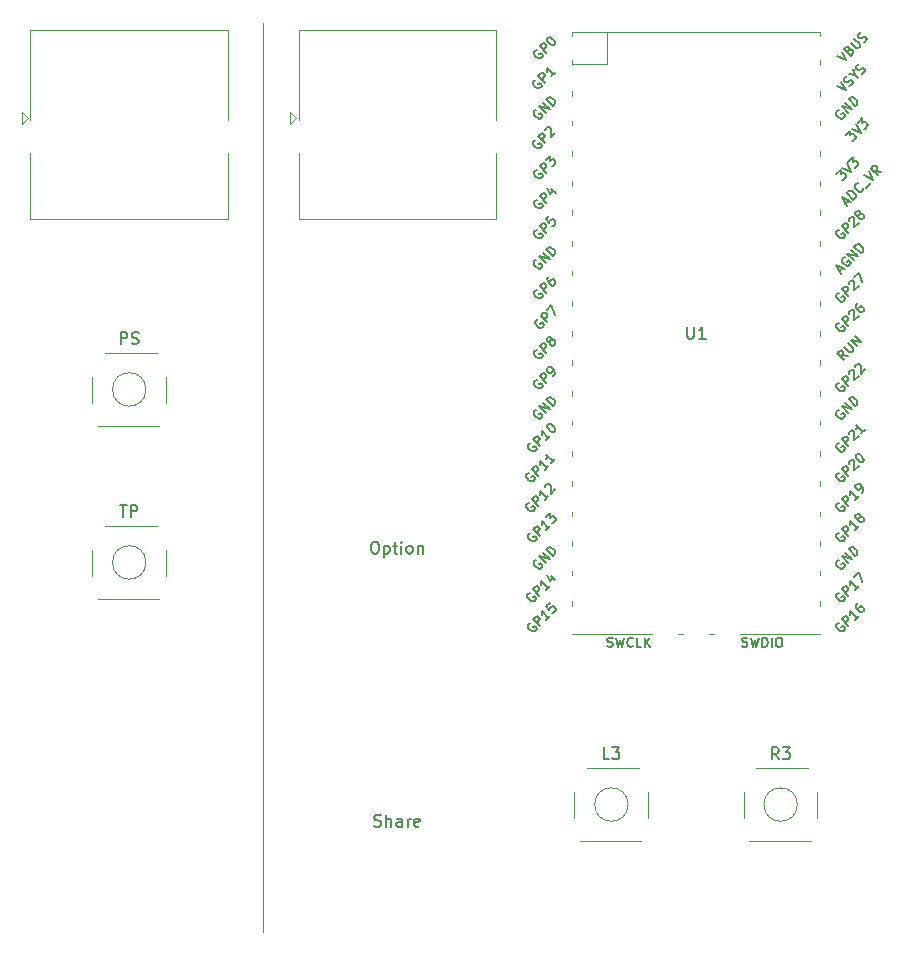
<source format=gto>
%TF.GenerationSoftware,KiCad,Pcbnew,8.0.0*%
%TF.CreationDate,2024-03-10T17:47:14-04:00*%
%TF.ProjectId,my-split,6d792d73-706c-4697-942e-6b696361645f,rev?*%
%TF.SameCoordinates,Original*%
%TF.FileFunction,Legend,Top*%
%TF.FilePolarity,Positive*%
%FSLAX46Y46*%
G04 Gerber Fmt 4.6, Leading zero omitted, Abs format (unit mm)*
G04 Created by KiCad (PCBNEW 8.0.0) date 2024-03-10 17:47:14*
%MOMM*%
%LPD*%
G01*
G04 APERTURE LIST*
%ADD10C,0.100000*%
%ADD11C,0.150000*%
%ADD12C,0.120000*%
%ADD13C,3.250000*%
%ADD14R,1.500000X1.500000*%
%ADD15C,1.500000*%
%ADD16C,2.300000*%
%ADD17C,1.750000*%
%ADD18C,3.000000*%
%ADD19C,3.987800*%
%ADD20R,1.700000X1.700000*%
%ADD21C,1.700000*%
%ADD22O,1.800000X1.800000*%
%ADD23O,1.500000X1.500000*%
%ADD24O,1.700000X1.700000*%
%ADD25R,3.500000X1.700000*%
%ADD26R,1.700000X3.500000*%
G04 APERTURE END LIST*
D10*
X120902500Y-140850000D02*
X120897500Y-63890000D01*
D11*
X130251493Y-107835519D02*
X130441969Y-107835519D01*
X130441969Y-107835519D02*
X130537207Y-107883138D01*
X130537207Y-107883138D02*
X130632445Y-107978376D01*
X130632445Y-107978376D02*
X130680064Y-108168852D01*
X130680064Y-108168852D02*
X130680064Y-108502185D01*
X130680064Y-108502185D02*
X130632445Y-108692661D01*
X130632445Y-108692661D02*
X130537207Y-108787900D01*
X130537207Y-108787900D02*
X130441969Y-108835519D01*
X130441969Y-108835519D02*
X130251493Y-108835519D01*
X130251493Y-108835519D02*
X130156255Y-108787900D01*
X130156255Y-108787900D02*
X130061017Y-108692661D01*
X130061017Y-108692661D02*
X130013398Y-108502185D01*
X130013398Y-108502185D02*
X130013398Y-108168852D01*
X130013398Y-108168852D02*
X130061017Y-107978376D01*
X130061017Y-107978376D02*
X130156255Y-107883138D01*
X130156255Y-107883138D02*
X130251493Y-107835519D01*
X131108636Y-108168852D02*
X131108636Y-109168852D01*
X131108636Y-108216471D02*
X131203874Y-108168852D01*
X131203874Y-108168852D02*
X131394350Y-108168852D01*
X131394350Y-108168852D02*
X131489588Y-108216471D01*
X131489588Y-108216471D02*
X131537207Y-108264090D01*
X131537207Y-108264090D02*
X131584826Y-108359328D01*
X131584826Y-108359328D02*
X131584826Y-108645042D01*
X131584826Y-108645042D02*
X131537207Y-108740280D01*
X131537207Y-108740280D02*
X131489588Y-108787900D01*
X131489588Y-108787900D02*
X131394350Y-108835519D01*
X131394350Y-108835519D02*
X131203874Y-108835519D01*
X131203874Y-108835519D02*
X131108636Y-108787900D01*
X131870541Y-108168852D02*
X132251493Y-108168852D01*
X132013398Y-107835519D02*
X132013398Y-108692661D01*
X132013398Y-108692661D02*
X132061017Y-108787900D01*
X132061017Y-108787900D02*
X132156255Y-108835519D01*
X132156255Y-108835519D02*
X132251493Y-108835519D01*
X132584827Y-108835519D02*
X132584827Y-108168852D01*
X132584827Y-107835519D02*
X132537208Y-107883138D01*
X132537208Y-107883138D02*
X132584827Y-107930757D01*
X132584827Y-107930757D02*
X132632446Y-107883138D01*
X132632446Y-107883138D02*
X132584827Y-107835519D01*
X132584827Y-107835519D02*
X132584827Y-107930757D01*
X133203874Y-108835519D02*
X133108636Y-108787900D01*
X133108636Y-108787900D02*
X133061017Y-108740280D01*
X133061017Y-108740280D02*
X133013398Y-108645042D01*
X133013398Y-108645042D02*
X133013398Y-108359328D01*
X133013398Y-108359328D02*
X133061017Y-108264090D01*
X133061017Y-108264090D02*
X133108636Y-108216471D01*
X133108636Y-108216471D02*
X133203874Y-108168852D01*
X133203874Y-108168852D02*
X133346731Y-108168852D01*
X133346731Y-108168852D02*
X133441969Y-108216471D01*
X133441969Y-108216471D02*
X133489588Y-108264090D01*
X133489588Y-108264090D02*
X133537207Y-108359328D01*
X133537207Y-108359328D02*
X133537207Y-108645042D01*
X133537207Y-108645042D02*
X133489588Y-108740280D01*
X133489588Y-108740280D02*
X133441969Y-108787900D01*
X133441969Y-108787900D02*
X133346731Y-108835519D01*
X133346731Y-108835519D02*
X133203874Y-108835519D01*
X133965779Y-108168852D02*
X133965779Y-108835519D01*
X133965779Y-108264090D02*
X134013398Y-108216471D01*
X134013398Y-108216471D02*
X134108636Y-108168852D01*
X134108636Y-108168852D02*
X134251493Y-108168852D01*
X134251493Y-108168852D02*
X134346731Y-108216471D01*
X134346731Y-108216471D02*
X134394350Y-108311709D01*
X134394350Y-108311709D02*
X134394350Y-108835519D01*
X130299112Y-131902200D02*
X130441969Y-131949819D01*
X130441969Y-131949819D02*
X130680064Y-131949819D01*
X130680064Y-131949819D02*
X130775302Y-131902200D01*
X130775302Y-131902200D02*
X130822921Y-131854580D01*
X130822921Y-131854580D02*
X130870540Y-131759342D01*
X130870540Y-131759342D02*
X130870540Y-131664104D01*
X130870540Y-131664104D02*
X130822921Y-131568866D01*
X130822921Y-131568866D02*
X130775302Y-131521247D01*
X130775302Y-131521247D02*
X130680064Y-131473628D01*
X130680064Y-131473628D02*
X130489588Y-131426009D01*
X130489588Y-131426009D02*
X130394350Y-131378390D01*
X130394350Y-131378390D02*
X130346731Y-131330771D01*
X130346731Y-131330771D02*
X130299112Y-131235533D01*
X130299112Y-131235533D02*
X130299112Y-131140295D01*
X130299112Y-131140295D02*
X130346731Y-131045057D01*
X130346731Y-131045057D02*
X130394350Y-130997438D01*
X130394350Y-130997438D02*
X130489588Y-130949819D01*
X130489588Y-130949819D02*
X130727683Y-130949819D01*
X130727683Y-130949819D02*
X130870540Y-130997438D01*
X131299112Y-131949819D02*
X131299112Y-130949819D01*
X131727683Y-131949819D02*
X131727683Y-131426009D01*
X131727683Y-131426009D02*
X131680064Y-131330771D01*
X131680064Y-131330771D02*
X131584826Y-131283152D01*
X131584826Y-131283152D02*
X131441969Y-131283152D01*
X131441969Y-131283152D02*
X131346731Y-131330771D01*
X131346731Y-131330771D02*
X131299112Y-131378390D01*
X132632445Y-131949819D02*
X132632445Y-131426009D01*
X132632445Y-131426009D02*
X132584826Y-131330771D01*
X132584826Y-131330771D02*
X132489588Y-131283152D01*
X132489588Y-131283152D02*
X132299112Y-131283152D01*
X132299112Y-131283152D02*
X132203874Y-131330771D01*
X132632445Y-131902200D02*
X132537207Y-131949819D01*
X132537207Y-131949819D02*
X132299112Y-131949819D01*
X132299112Y-131949819D02*
X132203874Y-131902200D01*
X132203874Y-131902200D02*
X132156255Y-131806961D01*
X132156255Y-131806961D02*
X132156255Y-131711723D01*
X132156255Y-131711723D02*
X132203874Y-131616485D01*
X132203874Y-131616485D02*
X132299112Y-131568866D01*
X132299112Y-131568866D02*
X132537207Y-131568866D01*
X132537207Y-131568866D02*
X132632445Y-131521247D01*
X133108636Y-131949819D02*
X133108636Y-131283152D01*
X133108636Y-131473628D02*
X133156255Y-131378390D01*
X133156255Y-131378390D02*
X133203874Y-131330771D01*
X133203874Y-131330771D02*
X133299112Y-131283152D01*
X133299112Y-131283152D02*
X133394350Y-131283152D01*
X134108636Y-131902200D02*
X134013398Y-131949819D01*
X134013398Y-131949819D02*
X133822922Y-131949819D01*
X133822922Y-131949819D02*
X133727684Y-131902200D01*
X133727684Y-131902200D02*
X133680065Y-131806961D01*
X133680065Y-131806961D02*
X133680065Y-131426009D01*
X133680065Y-131426009D02*
X133727684Y-131330771D01*
X133727684Y-131330771D02*
X133822922Y-131283152D01*
X133822922Y-131283152D02*
X134013398Y-131283152D01*
X134013398Y-131283152D02*
X134108636Y-131330771D01*
X134108636Y-131330771D02*
X134156255Y-131426009D01*
X134156255Y-131426009D02*
X134156255Y-131521247D01*
X134156255Y-131521247D02*
X133680065Y-131616485D01*
X108760286Y-104745151D02*
X109331714Y-104745151D01*
X109046000Y-105745151D02*
X109046000Y-104745151D01*
X109665048Y-105745151D02*
X109665048Y-104745151D01*
X109665048Y-104745151D02*
X110046000Y-104745151D01*
X110046000Y-104745151D02*
X110141238Y-104792770D01*
X110141238Y-104792770D02*
X110188857Y-104840389D01*
X110188857Y-104840389D02*
X110236476Y-104935627D01*
X110236476Y-104935627D02*
X110236476Y-105078484D01*
X110236476Y-105078484D02*
X110188857Y-105173722D01*
X110188857Y-105173722D02*
X110141238Y-105221341D01*
X110141238Y-105221341D02*
X110046000Y-105268960D01*
X110046000Y-105268960D02*
X109665048Y-105268960D01*
X164527333Y-126244019D02*
X164194000Y-125767828D01*
X163955905Y-126244019D02*
X163955905Y-125244019D01*
X163955905Y-125244019D02*
X164336857Y-125244019D01*
X164336857Y-125244019D02*
X164432095Y-125291638D01*
X164432095Y-125291638D02*
X164479714Y-125339257D01*
X164479714Y-125339257D02*
X164527333Y-125434495D01*
X164527333Y-125434495D02*
X164527333Y-125577352D01*
X164527333Y-125577352D02*
X164479714Y-125672590D01*
X164479714Y-125672590D02*
X164432095Y-125720209D01*
X164432095Y-125720209D02*
X164336857Y-125767828D01*
X164336857Y-125767828D02*
X163955905Y-125767828D01*
X164860667Y-125244019D02*
X165479714Y-125244019D01*
X165479714Y-125244019D02*
X165146381Y-125624971D01*
X165146381Y-125624971D02*
X165289238Y-125624971D01*
X165289238Y-125624971D02*
X165384476Y-125672590D01*
X165384476Y-125672590D02*
X165432095Y-125720209D01*
X165432095Y-125720209D02*
X165479714Y-125815447D01*
X165479714Y-125815447D02*
X165479714Y-126053542D01*
X165479714Y-126053542D02*
X165432095Y-126148780D01*
X165432095Y-126148780D02*
X165384476Y-126196400D01*
X165384476Y-126196400D02*
X165289238Y-126244019D01*
X165289238Y-126244019D02*
X165003524Y-126244019D01*
X165003524Y-126244019D02*
X164908286Y-126196400D01*
X164908286Y-126196400D02*
X164860667Y-126148780D01*
X108807905Y-91096819D02*
X108807905Y-90096819D01*
X108807905Y-90096819D02*
X109188857Y-90096819D01*
X109188857Y-90096819D02*
X109284095Y-90144438D01*
X109284095Y-90144438D02*
X109331714Y-90192057D01*
X109331714Y-90192057D02*
X109379333Y-90287295D01*
X109379333Y-90287295D02*
X109379333Y-90430152D01*
X109379333Y-90430152D02*
X109331714Y-90525390D01*
X109331714Y-90525390D02*
X109284095Y-90573009D01*
X109284095Y-90573009D02*
X109188857Y-90620628D01*
X109188857Y-90620628D02*
X108807905Y-90620628D01*
X109760286Y-91049200D02*
X109903143Y-91096819D01*
X109903143Y-91096819D02*
X110141238Y-91096819D01*
X110141238Y-91096819D02*
X110236476Y-91049200D01*
X110236476Y-91049200D02*
X110284095Y-91001580D01*
X110284095Y-91001580D02*
X110331714Y-90906342D01*
X110331714Y-90906342D02*
X110331714Y-90811104D01*
X110331714Y-90811104D02*
X110284095Y-90715866D01*
X110284095Y-90715866D02*
X110236476Y-90668247D01*
X110236476Y-90668247D02*
X110141238Y-90620628D01*
X110141238Y-90620628D02*
X109950762Y-90573009D01*
X109950762Y-90573009D02*
X109855524Y-90525390D01*
X109855524Y-90525390D02*
X109807905Y-90477771D01*
X109807905Y-90477771D02*
X109760286Y-90382533D01*
X109760286Y-90382533D02*
X109760286Y-90287295D01*
X109760286Y-90287295D02*
X109807905Y-90192057D01*
X109807905Y-90192057D02*
X109855524Y-90144438D01*
X109855524Y-90144438D02*
X109950762Y-90096819D01*
X109950762Y-90096819D02*
X110188857Y-90096819D01*
X110188857Y-90096819D02*
X110331714Y-90144438D01*
X156767095Y-89638019D02*
X156767095Y-90447542D01*
X156767095Y-90447542D02*
X156814714Y-90542780D01*
X156814714Y-90542780D02*
X156862333Y-90590400D01*
X156862333Y-90590400D02*
X156957571Y-90638019D01*
X156957571Y-90638019D02*
X157148047Y-90638019D01*
X157148047Y-90638019D02*
X157243285Y-90590400D01*
X157243285Y-90590400D02*
X157290904Y-90542780D01*
X157290904Y-90542780D02*
X157338523Y-90447542D01*
X157338523Y-90447542D02*
X157338523Y-89638019D01*
X158338523Y-90638019D02*
X157767095Y-90638019D01*
X158052809Y-90638019D02*
X158052809Y-89638019D01*
X158052809Y-89638019D02*
X157957571Y-89780876D01*
X157957571Y-89780876D02*
X157862333Y-89876114D01*
X157862333Y-89876114D02*
X157767095Y-89923733D01*
X169626998Y-112164068D02*
X169546185Y-112191005D01*
X169546185Y-112191005D02*
X169465373Y-112271818D01*
X169465373Y-112271818D02*
X169411498Y-112379567D01*
X169411498Y-112379567D02*
X169411498Y-112487317D01*
X169411498Y-112487317D02*
X169438436Y-112568129D01*
X169438436Y-112568129D02*
X169519248Y-112702816D01*
X169519248Y-112702816D02*
X169600060Y-112783628D01*
X169600060Y-112783628D02*
X169734747Y-112864441D01*
X169734747Y-112864441D02*
X169815560Y-112891378D01*
X169815560Y-112891378D02*
X169923309Y-112891378D01*
X169923309Y-112891378D02*
X170031059Y-112837503D01*
X170031059Y-112837503D02*
X170084934Y-112783628D01*
X170084934Y-112783628D02*
X170138808Y-112675879D01*
X170138808Y-112675879D02*
X170138808Y-112622004D01*
X170138808Y-112622004D02*
X169950247Y-112433442D01*
X169950247Y-112433442D02*
X169842497Y-112541192D01*
X170435120Y-112433442D02*
X169869434Y-111867757D01*
X169869434Y-111867757D02*
X170084934Y-111652257D01*
X170084934Y-111652257D02*
X170165746Y-111625320D01*
X170165746Y-111625320D02*
X170219621Y-111625320D01*
X170219621Y-111625320D02*
X170300433Y-111652257D01*
X170300433Y-111652257D02*
X170381245Y-111733070D01*
X170381245Y-111733070D02*
X170408182Y-111813882D01*
X170408182Y-111813882D02*
X170408182Y-111867757D01*
X170408182Y-111867757D02*
X170381245Y-111948569D01*
X170381245Y-111948569D02*
X170165746Y-112164068D01*
X171297117Y-111571445D02*
X170973868Y-111894694D01*
X171135492Y-111733070D02*
X170569807Y-111167384D01*
X170569807Y-111167384D02*
X170596744Y-111302071D01*
X170596744Y-111302071D02*
X170596744Y-111409821D01*
X170596744Y-111409821D02*
X170569807Y-111490633D01*
X170919993Y-110817198D02*
X171297117Y-110440074D01*
X171297117Y-110440074D02*
X171620366Y-111248196D01*
X169615435Y-109381631D02*
X169534623Y-109408568D01*
X169534623Y-109408568D02*
X169453811Y-109489380D01*
X169453811Y-109489380D02*
X169399936Y-109597130D01*
X169399936Y-109597130D02*
X169399936Y-109704880D01*
X169399936Y-109704880D02*
X169426873Y-109785692D01*
X169426873Y-109785692D02*
X169507685Y-109920379D01*
X169507685Y-109920379D02*
X169588498Y-110001191D01*
X169588498Y-110001191D02*
X169723185Y-110082003D01*
X169723185Y-110082003D02*
X169803997Y-110108941D01*
X169803997Y-110108941D02*
X169911746Y-110108941D01*
X169911746Y-110108941D02*
X170019496Y-110055066D01*
X170019496Y-110055066D02*
X170073371Y-110001191D01*
X170073371Y-110001191D02*
X170127246Y-109893441D01*
X170127246Y-109893441D02*
X170127246Y-109839567D01*
X170127246Y-109839567D02*
X169938684Y-109651005D01*
X169938684Y-109651005D02*
X169830934Y-109758754D01*
X170423557Y-109651005D02*
X169857872Y-109085319D01*
X169857872Y-109085319D02*
X170746806Y-109327756D01*
X170746806Y-109327756D02*
X170181120Y-108762071D01*
X171016180Y-109058382D02*
X170450494Y-108492697D01*
X170450494Y-108492697D02*
X170585181Y-108358010D01*
X170585181Y-108358010D02*
X170692931Y-108304135D01*
X170692931Y-108304135D02*
X170800680Y-108304135D01*
X170800680Y-108304135D02*
X170881493Y-108331072D01*
X170881493Y-108331072D02*
X171016180Y-108411885D01*
X171016180Y-108411885D02*
X171096992Y-108492697D01*
X171096992Y-108492697D02*
X171177804Y-108627384D01*
X171177804Y-108627384D02*
X171204741Y-108708196D01*
X171204741Y-108708196D02*
X171204741Y-108815946D01*
X171204741Y-108815946D02*
X171150867Y-108923695D01*
X171150867Y-108923695D02*
X171016180Y-109058382D01*
X169626998Y-102004068D02*
X169546185Y-102031005D01*
X169546185Y-102031005D02*
X169465373Y-102111818D01*
X169465373Y-102111818D02*
X169411498Y-102219567D01*
X169411498Y-102219567D02*
X169411498Y-102327317D01*
X169411498Y-102327317D02*
X169438436Y-102408129D01*
X169438436Y-102408129D02*
X169519248Y-102542816D01*
X169519248Y-102542816D02*
X169600060Y-102623628D01*
X169600060Y-102623628D02*
X169734747Y-102704441D01*
X169734747Y-102704441D02*
X169815560Y-102731378D01*
X169815560Y-102731378D02*
X169923309Y-102731378D01*
X169923309Y-102731378D02*
X170031059Y-102677503D01*
X170031059Y-102677503D02*
X170084934Y-102623628D01*
X170084934Y-102623628D02*
X170138808Y-102515879D01*
X170138808Y-102515879D02*
X170138808Y-102462004D01*
X170138808Y-102462004D02*
X169950247Y-102273442D01*
X169950247Y-102273442D02*
X169842497Y-102381192D01*
X170435120Y-102273442D02*
X169869434Y-101707757D01*
X169869434Y-101707757D02*
X170084934Y-101492257D01*
X170084934Y-101492257D02*
X170165746Y-101465320D01*
X170165746Y-101465320D02*
X170219621Y-101465320D01*
X170219621Y-101465320D02*
X170300433Y-101492257D01*
X170300433Y-101492257D02*
X170381245Y-101573070D01*
X170381245Y-101573070D02*
X170408182Y-101653882D01*
X170408182Y-101653882D02*
X170408182Y-101707757D01*
X170408182Y-101707757D02*
X170381245Y-101788569D01*
X170381245Y-101788569D02*
X170165746Y-102004068D01*
X170462057Y-101222883D02*
X170462057Y-101169009D01*
X170462057Y-101169009D02*
X170488995Y-101088196D01*
X170488995Y-101088196D02*
X170623682Y-100953509D01*
X170623682Y-100953509D02*
X170704494Y-100926572D01*
X170704494Y-100926572D02*
X170758369Y-100926572D01*
X170758369Y-100926572D02*
X170839181Y-100953509D01*
X170839181Y-100953509D02*
X170893056Y-101007384D01*
X170893056Y-101007384D02*
X170946930Y-101115134D01*
X170946930Y-101115134D02*
X170946930Y-101761631D01*
X170946930Y-101761631D02*
X171297117Y-101411445D01*
X171081618Y-100495573D02*
X171135492Y-100441699D01*
X171135492Y-100441699D02*
X171216305Y-100414761D01*
X171216305Y-100414761D02*
X171270179Y-100414761D01*
X171270179Y-100414761D02*
X171350992Y-100441699D01*
X171350992Y-100441699D02*
X171485679Y-100522511D01*
X171485679Y-100522511D02*
X171620366Y-100657198D01*
X171620366Y-100657198D02*
X171701178Y-100791885D01*
X171701178Y-100791885D02*
X171728115Y-100872697D01*
X171728115Y-100872697D02*
X171728115Y-100926572D01*
X171728115Y-100926572D02*
X171701178Y-101007384D01*
X171701178Y-101007384D02*
X171647303Y-101061259D01*
X171647303Y-101061259D02*
X171566491Y-101088196D01*
X171566491Y-101088196D02*
X171512616Y-101088196D01*
X171512616Y-101088196D02*
X171431804Y-101061259D01*
X171431804Y-101061259D02*
X171297117Y-100980447D01*
X171297117Y-100980447D02*
X171162430Y-100845760D01*
X171162430Y-100845760D02*
X171081618Y-100711073D01*
X171081618Y-100711073D02*
X171054680Y-100630260D01*
X171054680Y-100630260D02*
X171054680Y-100576386D01*
X171054680Y-100576386D02*
X171081618Y-100495573D01*
X144015435Y-71281631D02*
X143934623Y-71308568D01*
X143934623Y-71308568D02*
X143853811Y-71389380D01*
X143853811Y-71389380D02*
X143799936Y-71497130D01*
X143799936Y-71497130D02*
X143799936Y-71604880D01*
X143799936Y-71604880D02*
X143826873Y-71685692D01*
X143826873Y-71685692D02*
X143907685Y-71820379D01*
X143907685Y-71820379D02*
X143988498Y-71901191D01*
X143988498Y-71901191D02*
X144123185Y-71982003D01*
X144123185Y-71982003D02*
X144203997Y-72008941D01*
X144203997Y-72008941D02*
X144311746Y-72008941D01*
X144311746Y-72008941D02*
X144419496Y-71955066D01*
X144419496Y-71955066D02*
X144473371Y-71901191D01*
X144473371Y-71901191D02*
X144527246Y-71793441D01*
X144527246Y-71793441D02*
X144527246Y-71739567D01*
X144527246Y-71739567D02*
X144338684Y-71551005D01*
X144338684Y-71551005D02*
X144230934Y-71658754D01*
X144823557Y-71551005D02*
X144257872Y-70985319D01*
X144257872Y-70985319D02*
X145146806Y-71227756D01*
X145146806Y-71227756D02*
X144581120Y-70662071D01*
X145416180Y-70958382D02*
X144850494Y-70392697D01*
X144850494Y-70392697D02*
X144985181Y-70258010D01*
X144985181Y-70258010D02*
X145092931Y-70204135D01*
X145092931Y-70204135D02*
X145200680Y-70204135D01*
X145200680Y-70204135D02*
X145281493Y-70231072D01*
X145281493Y-70231072D02*
X145416180Y-70311885D01*
X145416180Y-70311885D02*
X145496992Y-70392697D01*
X145496992Y-70392697D02*
X145577804Y-70527384D01*
X145577804Y-70527384D02*
X145604741Y-70608196D01*
X145604741Y-70608196D02*
X145604741Y-70715946D01*
X145604741Y-70715946D02*
X145550867Y-70823695D01*
X145550867Y-70823695D02*
X145416180Y-70958382D01*
X169615435Y-96681631D02*
X169534623Y-96708568D01*
X169534623Y-96708568D02*
X169453811Y-96789380D01*
X169453811Y-96789380D02*
X169399936Y-96897130D01*
X169399936Y-96897130D02*
X169399936Y-97004880D01*
X169399936Y-97004880D02*
X169426873Y-97085692D01*
X169426873Y-97085692D02*
X169507685Y-97220379D01*
X169507685Y-97220379D02*
X169588498Y-97301191D01*
X169588498Y-97301191D02*
X169723185Y-97382003D01*
X169723185Y-97382003D02*
X169803997Y-97408941D01*
X169803997Y-97408941D02*
X169911746Y-97408941D01*
X169911746Y-97408941D02*
X170019496Y-97355066D01*
X170019496Y-97355066D02*
X170073371Y-97301191D01*
X170073371Y-97301191D02*
X170127246Y-97193441D01*
X170127246Y-97193441D02*
X170127246Y-97139567D01*
X170127246Y-97139567D02*
X169938684Y-96951005D01*
X169938684Y-96951005D02*
X169830934Y-97058754D01*
X170423557Y-96951005D02*
X169857872Y-96385319D01*
X169857872Y-96385319D02*
X170746806Y-96627756D01*
X170746806Y-96627756D02*
X170181120Y-96062071D01*
X171016180Y-96358382D02*
X170450494Y-95792697D01*
X170450494Y-95792697D02*
X170585181Y-95658010D01*
X170585181Y-95658010D02*
X170692931Y-95604135D01*
X170692931Y-95604135D02*
X170800680Y-95604135D01*
X170800680Y-95604135D02*
X170881493Y-95631072D01*
X170881493Y-95631072D02*
X171016180Y-95711885D01*
X171016180Y-95711885D02*
X171096992Y-95792697D01*
X171096992Y-95792697D02*
X171177804Y-95927384D01*
X171177804Y-95927384D02*
X171204741Y-96008196D01*
X171204741Y-96008196D02*
X171204741Y-96115946D01*
X171204741Y-96115946D02*
X171150867Y-96223695D01*
X171150867Y-96223695D02*
X171016180Y-96358382D01*
X169626998Y-94384068D02*
X169546185Y-94411005D01*
X169546185Y-94411005D02*
X169465373Y-94491818D01*
X169465373Y-94491818D02*
X169411498Y-94599567D01*
X169411498Y-94599567D02*
X169411498Y-94707317D01*
X169411498Y-94707317D02*
X169438436Y-94788129D01*
X169438436Y-94788129D02*
X169519248Y-94922816D01*
X169519248Y-94922816D02*
X169600060Y-95003628D01*
X169600060Y-95003628D02*
X169734747Y-95084441D01*
X169734747Y-95084441D02*
X169815560Y-95111378D01*
X169815560Y-95111378D02*
X169923309Y-95111378D01*
X169923309Y-95111378D02*
X170031059Y-95057503D01*
X170031059Y-95057503D02*
X170084934Y-95003628D01*
X170084934Y-95003628D02*
X170138808Y-94895879D01*
X170138808Y-94895879D02*
X170138808Y-94842004D01*
X170138808Y-94842004D02*
X169950247Y-94653442D01*
X169950247Y-94653442D02*
X169842497Y-94761192D01*
X170435120Y-94653442D02*
X169869434Y-94087757D01*
X169869434Y-94087757D02*
X170084934Y-93872257D01*
X170084934Y-93872257D02*
X170165746Y-93845320D01*
X170165746Y-93845320D02*
X170219621Y-93845320D01*
X170219621Y-93845320D02*
X170300433Y-93872257D01*
X170300433Y-93872257D02*
X170381245Y-93953070D01*
X170381245Y-93953070D02*
X170408182Y-94033882D01*
X170408182Y-94033882D02*
X170408182Y-94087757D01*
X170408182Y-94087757D02*
X170381245Y-94168569D01*
X170381245Y-94168569D02*
X170165746Y-94384068D01*
X170462057Y-93602883D02*
X170462057Y-93549009D01*
X170462057Y-93549009D02*
X170488995Y-93468196D01*
X170488995Y-93468196D02*
X170623682Y-93333509D01*
X170623682Y-93333509D02*
X170704494Y-93306572D01*
X170704494Y-93306572D02*
X170758369Y-93306572D01*
X170758369Y-93306572D02*
X170839181Y-93333509D01*
X170839181Y-93333509D02*
X170893056Y-93387384D01*
X170893056Y-93387384D02*
X170946930Y-93495134D01*
X170946930Y-93495134D02*
X170946930Y-94141631D01*
X170946930Y-94141631D02*
X171297117Y-93791445D01*
X171000805Y-93064135D02*
X171000805Y-93010260D01*
X171000805Y-93010260D02*
X171027743Y-92929448D01*
X171027743Y-92929448D02*
X171162430Y-92794761D01*
X171162430Y-92794761D02*
X171243242Y-92767824D01*
X171243242Y-92767824D02*
X171297117Y-92767824D01*
X171297117Y-92767824D02*
X171377929Y-92794761D01*
X171377929Y-92794761D02*
X171431804Y-92848636D01*
X171431804Y-92848636D02*
X171485679Y-92956386D01*
X171485679Y-92956386D02*
X171485679Y-93602883D01*
X171485679Y-93602883D02*
X171835865Y-93252697D01*
X143942372Y-73794694D02*
X143861560Y-73821631D01*
X143861560Y-73821631D02*
X143780748Y-73902443D01*
X143780748Y-73902443D02*
X143726873Y-74010193D01*
X143726873Y-74010193D02*
X143726873Y-74117942D01*
X143726873Y-74117942D02*
X143753810Y-74198755D01*
X143753810Y-74198755D02*
X143834623Y-74333442D01*
X143834623Y-74333442D02*
X143915435Y-74414254D01*
X143915435Y-74414254D02*
X144050122Y-74495066D01*
X144050122Y-74495066D02*
X144130934Y-74522003D01*
X144130934Y-74522003D02*
X144238684Y-74522003D01*
X144238684Y-74522003D02*
X144346433Y-74468129D01*
X144346433Y-74468129D02*
X144400308Y-74414254D01*
X144400308Y-74414254D02*
X144454183Y-74306504D01*
X144454183Y-74306504D02*
X144454183Y-74252629D01*
X144454183Y-74252629D02*
X144265621Y-74064068D01*
X144265621Y-74064068D02*
X144157871Y-74171817D01*
X144750494Y-74064068D02*
X144184809Y-73498382D01*
X144184809Y-73498382D02*
X144400308Y-73282883D01*
X144400308Y-73282883D02*
X144481120Y-73255946D01*
X144481120Y-73255946D02*
X144534995Y-73255946D01*
X144534995Y-73255946D02*
X144615807Y-73282883D01*
X144615807Y-73282883D02*
X144696619Y-73363695D01*
X144696619Y-73363695D02*
X144723557Y-73444507D01*
X144723557Y-73444507D02*
X144723557Y-73498382D01*
X144723557Y-73498382D02*
X144696619Y-73579194D01*
X144696619Y-73579194D02*
X144481120Y-73794694D01*
X144777432Y-73013509D02*
X144777432Y-72959634D01*
X144777432Y-72959634D02*
X144804369Y-72878822D01*
X144804369Y-72878822D02*
X144939056Y-72744135D01*
X144939056Y-72744135D02*
X145019868Y-72717198D01*
X145019868Y-72717198D02*
X145073743Y-72717198D01*
X145073743Y-72717198D02*
X145154555Y-72744135D01*
X145154555Y-72744135D02*
X145208430Y-72798010D01*
X145208430Y-72798010D02*
X145262305Y-72905759D01*
X145262305Y-72905759D02*
X145262305Y-73552257D01*
X145262305Y-73552257D02*
X145612491Y-73202071D01*
X144015435Y-109381631D02*
X143934623Y-109408568D01*
X143934623Y-109408568D02*
X143853811Y-109489380D01*
X143853811Y-109489380D02*
X143799936Y-109597130D01*
X143799936Y-109597130D02*
X143799936Y-109704880D01*
X143799936Y-109704880D02*
X143826873Y-109785692D01*
X143826873Y-109785692D02*
X143907685Y-109920379D01*
X143907685Y-109920379D02*
X143988498Y-110001191D01*
X143988498Y-110001191D02*
X144123185Y-110082003D01*
X144123185Y-110082003D02*
X144203997Y-110108941D01*
X144203997Y-110108941D02*
X144311746Y-110108941D01*
X144311746Y-110108941D02*
X144419496Y-110055066D01*
X144419496Y-110055066D02*
X144473371Y-110001191D01*
X144473371Y-110001191D02*
X144527246Y-109893441D01*
X144527246Y-109893441D02*
X144527246Y-109839567D01*
X144527246Y-109839567D02*
X144338684Y-109651005D01*
X144338684Y-109651005D02*
X144230934Y-109758754D01*
X144823557Y-109651005D02*
X144257872Y-109085319D01*
X144257872Y-109085319D02*
X145146806Y-109327756D01*
X145146806Y-109327756D02*
X144581120Y-108762071D01*
X145416180Y-109058382D02*
X144850494Y-108492697D01*
X144850494Y-108492697D02*
X144985181Y-108358010D01*
X144985181Y-108358010D02*
X145092931Y-108304135D01*
X145092931Y-108304135D02*
X145200680Y-108304135D01*
X145200680Y-108304135D02*
X145281493Y-108331072D01*
X145281493Y-108331072D02*
X145416180Y-108411885D01*
X145416180Y-108411885D02*
X145496992Y-108492697D01*
X145496992Y-108492697D02*
X145577804Y-108627384D01*
X145577804Y-108627384D02*
X145604741Y-108708196D01*
X145604741Y-108708196D02*
X145604741Y-108815946D01*
X145604741Y-108815946D02*
X145550867Y-108923695D01*
X145550867Y-108923695D02*
X145416180Y-109058382D01*
X144015435Y-96681631D02*
X143934623Y-96708568D01*
X143934623Y-96708568D02*
X143853811Y-96789380D01*
X143853811Y-96789380D02*
X143799936Y-96897130D01*
X143799936Y-96897130D02*
X143799936Y-97004880D01*
X143799936Y-97004880D02*
X143826873Y-97085692D01*
X143826873Y-97085692D02*
X143907685Y-97220379D01*
X143907685Y-97220379D02*
X143988498Y-97301191D01*
X143988498Y-97301191D02*
X144123185Y-97382003D01*
X144123185Y-97382003D02*
X144203997Y-97408941D01*
X144203997Y-97408941D02*
X144311746Y-97408941D01*
X144311746Y-97408941D02*
X144419496Y-97355066D01*
X144419496Y-97355066D02*
X144473371Y-97301191D01*
X144473371Y-97301191D02*
X144527246Y-97193441D01*
X144527246Y-97193441D02*
X144527246Y-97139567D01*
X144527246Y-97139567D02*
X144338684Y-96951005D01*
X144338684Y-96951005D02*
X144230934Y-97058754D01*
X144823557Y-96951005D02*
X144257872Y-96385319D01*
X144257872Y-96385319D02*
X145146806Y-96627756D01*
X145146806Y-96627756D02*
X144581120Y-96062071D01*
X145416180Y-96358382D02*
X144850494Y-95792697D01*
X144850494Y-95792697D02*
X144985181Y-95658010D01*
X144985181Y-95658010D02*
X145092931Y-95604135D01*
X145092931Y-95604135D02*
X145200680Y-95604135D01*
X145200680Y-95604135D02*
X145281493Y-95631072D01*
X145281493Y-95631072D02*
X145416180Y-95711885D01*
X145416180Y-95711885D02*
X145496992Y-95792697D01*
X145496992Y-95792697D02*
X145577804Y-95927384D01*
X145577804Y-95927384D02*
X145604741Y-96008196D01*
X145604741Y-96008196D02*
X145604741Y-96115946D01*
X145604741Y-96115946D02*
X145550867Y-96223695D01*
X145550867Y-96223695D02*
X145416180Y-96358382D01*
X144042372Y-76334694D02*
X143961560Y-76361631D01*
X143961560Y-76361631D02*
X143880748Y-76442443D01*
X143880748Y-76442443D02*
X143826873Y-76550193D01*
X143826873Y-76550193D02*
X143826873Y-76657942D01*
X143826873Y-76657942D02*
X143853810Y-76738755D01*
X143853810Y-76738755D02*
X143934623Y-76873442D01*
X143934623Y-76873442D02*
X144015435Y-76954254D01*
X144015435Y-76954254D02*
X144150122Y-77035066D01*
X144150122Y-77035066D02*
X144230934Y-77062003D01*
X144230934Y-77062003D02*
X144338684Y-77062003D01*
X144338684Y-77062003D02*
X144446433Y-77008129D01*
X144446433Y-77008129D02*
X144500308Y-76954254D01*
X144500308Y-76954254D02*
X144554183Y-76846504D01*
X144554183Y-76846504D02*
X144554183Y-76792629D01*
X144554183Y-76792629D02*
X144365621Y-76604068D01*
X144365621Y-76604068D02*
X144257871Y-76711817D01*
X144850494Y-76604068D02*
X144284809Y-76038382D01*
X144284809Y-76038382D02*
X144500308Y-75822883D01*
X144500308Y-75822883D02*
X144581120Y-75795946D01*
X144581120Y-75795946D02*
X144634995Y-75795946D01*
X144634995Y-75795946D02*
X144715807Y-75822883D01*
X144715807Y-75822883D02*
X144796619Y-75903695D01*
X144796619Y-75903695D02*
X144823557Y-75984507D01*
X144823557Y-75984507D02*
X144823557Y-76038382D01*
X144823557Y-76038382D02*
X144796619Y-76119194D01*
X144796619Y-76119194D02*
X144581120Y-76334694D01*
X144796619Y-75526572D02*
X145146806Y-75176385D01*
X145146806Y-75176385D02*
X145173743Y-75580446D01*
X145173743Y-75580446D02*
X145254555Y-75499634D01*
X145254555Y-75499634D02*
X145335367Y-75472697D01*
X145335367Y-75472697D02*
X145389242Y-75472697D01*
X145389242Y-75472697D02*
X145470054Y-75499634D01*
X145470054Y-75499634D02*
X145604741Y-75634321D01*
X145604741Y-75634321D02*
X145631679Y-75715133D01*
X145631679Y-75715133D02*
X145631679Y-75769008D01*
X145631679Y-75769008D02*
X145604741Y-75849820D01*
X145604741Y-75849820D02*
X145443117Y-76011445D01*
X145443117Y-76011445D02*
X145362305Y-76038382D01*
X145362305Y-76038382D02*
X145308430Y-76038382D01*
X170182406Y-79218907D02*
X170451780Y-78949533D01*
X170290155Y-79434407D02*
X169913032Y-78680159D01*
X169913032Y-78680159D02*
X170667279Y-79057283D01*
X170855841Y-78868721D02*
X170290155Y-78303036D01*
X170290155Y-78303036D02*
X170424842Y-78168349D01*
X170424842Y-78168349D02*
X170532592Y-78114474D01*
X170532592Y-78114474D02*
X170640341Y-78114474D01*
X170640341Y-78114474D02*
X170721154Y-78141411D01*
X170721154Y-78141411D02*
X170855841Y-78222224D01*
X170855841Y-78222224D02*
X170936653Y-78303036D01*
X170936653Y-78303036D02*
X171017465Y-78437723D01*
X171017465Y-78437723D02*
X171044402Y-78518535D01*
X171044402Y-78518535D02*
X171044402Y-78626285D01*
X171044402Y-78626285D02*
X170990528Y-78734034D01*
X170990528Y-78734034D02*
X170855841Y-78868721D01*
X171690900Y-77925912D02*
X171690900Y-77979787D01*
X171690900Y-77979787D02*
X171637025Y-78087537D01*
X171637025Y-78087537D02*
X171583150Y-78141411D01*
X171583150Y-78141411D02*
X171475401Y-78195286D01*
X171475401Y-78195286D02*
X171367651Y-78195286D01*
X171367651Y-78195286D02*
X171286839Y-78168349D01*
X171286839Y-78168349D02*
X171152152Y-78087537D01*
X171152152Y-78087537D02*
X171071340Y-78006724D01*
X171071340Y-78006724D02*
X170990528Y-77872037D01*
X170990528Y-77872037D02*
X170963590Y-77791225D01*
X170963590Y-77791225D02*
X170963590Y-77683476D01*
X170963590Y-77683476D02*
X171017465Y-77575726D01*
X171017465Y-77575726D02*
X171071340Y-77521851D01*
X171071340Y-77521851D02*
X171179089Y-77467976D01*
X171179089Y-77467976D02*
X171232964Y-77467976D01*
X171906399Y-77925912D02*
X172337398Y-77494914D01*
X171771712Y-76821479D02*
X172525960Y-77198602D01*
X172525960Y-77198602D02*
X172148836Y-76444355D01*
X173226332Y-76498230D02*
X172768396Y-76417418D01*
X172903083Y-76821479D02*
X172337398Y-76255793D01*
X172337398Y-76255793D02*
X172552897Y-76040294D01*
X172552897Y-76040294D02*
X172633709Y-76013357D01*
X172633709Y-76013357D02*
X172687584Y-76013357D01*
X172687584Y-76013357D02*
X172768396Y-76040294D01*
X172768396Y-76040294D02*
X172849208Y-76121106D01*
X172849208Y-76121106D02*
X172876146Y-76201919D01*
X172876146Y-76201919D02*
X172876146Y-76255793D01*
X172876146Y-76255793D02*
X172849208Y-76336606D01*
X172849208Y-76336606D02*
X172633709Y-76552105D01*
X169626998Y-104544068D02*
X169546185Y-104571005D01*
X169546185Y-104571005D02*
X169465373Y-104651818D01*
X169465373Y-104651818D02*
X169411498Y-104759567D01*
X169411498Y-104759567D02*
X169411498Y-104867317D01*
X169411498Y-104867317D02*
X169438436Y-104948129D01*
X169438436Y-104948129D02*
X169519248Y-105082816D01*
X169519248Y-105082816D02*
X169600060Y-105163628D01*
X169600060Y-105163628D02*
X169734747Y-105244441D01*
X169734747Y-105244441D02*
X169815560Y-105271378D01*
X169815560Y-105271378D02*
X169923309Y-105271378D01*
X169923309Y-105271378D02*
X170031059Y-105217503D01*
X170031059Y-105217503D02*
X170084934Y-105163628D01*
X170084934Y-105163628D02*
X170138808Y-105055879D01*
X170138808Y-105055879D02*
X170138808Y-105002004D01*
X170138808Y-105002004D02*
X169950247Y-104813442D01*
X169950247Y-104813442D02*
X169842497Y-104921192D01*
X170435120Y-104813442D02*
X169869434Y-104247757D01*
X169869434Y-104247757D02*
X170084934Y-104032257D01*
X170084934Y-104032257D02*
X170165746Y-104005320D01*
X170165746Y-104005320D02*
X170219621Y-104005320D01*
X170219621Y-104005320D02*
X170300433Y-104032257D01*
X170300433Y-104032257D02*
X170381245Y-104113070D01*
X170381245Y-104113070D02*
X170408182Y-104193882D01*
X170408182Y-104193882D02*
X170408182Y-104247757D01*
X170408182Y-104247757D02*
X170381245Y-104328569D01*
X170381245Y-104328569D02*
X170165746Y-104544068D01*
X171297117Y-103951445D02*
X170973868Y-104274694D01*
X171135492Y-104113070D02*
X170569807Y-103547384D01*
X170569807Y-103547384D02*
X170596744Y-103682071D01*
X170596744Y-103682071D02*
X170596744Y-103789821D01*
X170596744Y-103789821D02*
X170569807Y-103870633D01*
X171566491Y-103682071D02*
X171674240Y-103574321D01*
X171674240Y-103574321D02*
X171701178Y-103493509D01*
X171701178Y-103493509D02*
X171701178Y-103439634D01*
X171701178Y-103439634D02*
X171674240Y-103304947D01*
X171674240Y-103304947D02*
X171593428Y-103170260D01*
X171593428Y-103170260D02*
X171377929Y-102954761D01*
X171377929Y-102954761D02*
X171297117Y-102927824D01*
X171297117Y-102927824D02*
X171243242Y-102927824D01*
X171243242Y-102927824D02*
X171162430Y-102954761D01*
X171162430Y-102954761D02*
X171054680Y-103062511D01*
X171054680Y-103062511D02*
X171027743Y-103143323D01*
X171027743Y-103143323D02*
X171027743Y-103197198D01*
X171027743Y-103197198D02*
X171054680Y-103278010D01*
X171054680Y-103278010D02*
X171189367Y-103412697D01*
X171189367Y-103412697D02*
X171270179Y-103439634D01*
X171270179Y-103439634D02*
X171324054Y-103439634D01*
X171324054Y-103439634D02*
X171404866Y-103412697D01*
X171404866Y-103412697D02*
X171512616Y-103304947D01*
X171512616Y-103304947D02*
X171539553Y-103224135D01*
X171539553Y-103224135D02*
X171539553Y-103170260D01*
X171539553Y-103170260D02*
X171512616Y-103089448D01*
X169626998Y-81430068D02*
X169546185Y-81457005D01*
X169546185Y-81457005D02*
X169465373Y-81537818D01*
X169465373Y-81537818D02*
X169411498Y-81645567D01*
X169411498Y-81645567D02*
X169411498Y-81753317D01*
X169411498Y-81753317D02*
X169438436Y-81834129D01*
X169438436Y-81834129D02*
X169519248Y-81968816D01*
X169519248Y-81968816D02*
X169600060Y-82049628D01*
X169600060Y-82049628D02*
X169734747Y-82130441D01*
X169734747Y-82130441D02*
X169815560Y-82157378D01*
X169815560Y-82157378D02*
X169923309Y-82157378D01*
X169923309Y-82157378D02*
X170031059Y-82103503D01*
X170031059Y-82103503D02*
X170084934Y-82049628D01*
X170084934Y-82049628D02*
X170138808Y-81941879D01*
X170138808Y-81941879D02*
X170138808Y-81888004D01*
X170138808Y-81888004D02*
X169950247Y-81699442D01*
X169950247Y-81699442D02*
X169842497Y-81807192D01*
X170435120Y-81699442D02*
X169869434Y-81133757D01*
X169869434Y-81133757D02*
X170084934Y-80918257D01*
X170084934Y-80918257D02*
X170165746Y-80891320D01*
X170165746Y-80891320D02*
X170219621Y-80891320D01*
X170219621Y-80891320D02*
X170300433Y-80918257D01*
X170300433Y-80918257D02*
X170381245Y-80999070D01*
X170381245Y-80999070D02*
X170408182Y-81079882D01*
X170408182Y-81079882D02*
X170408182Y-81133757D01*
X170408182Y-81133757D02*
X170381245Y-81214569D01*
X170381245Y-81214569D02*
X170165746Y-81430068D01*
X170462057Y-80648883D02*
X170462057Y-80595009D01*
X170462057Y-80595009D02*
X170488995Y-80514196D01*
X170488995Y-80514196D02*
X170623682Y-80379509D01*
X170623682Y-80379509D02*
X170704494Y-80352572D01*
X170704494Y-80352572D02*
X170758369Y-80352572D01*
X170758369Y-80352572D02*
X170839181Y-80379509D01*
X170839181Y-80379509D02*
X170893056Y-80433384D01*
X170893056Y-80433384D02*
X170946930Y-80541134D01*
X170946930Y-80541134D02*
X170946930Y-81187631D01*
X170946930Y-81187631D02*
X171297117Y-80837445D01*
X171297117Y-80190947D02*
X171216305Y-80217885D01*
X171216305Y-80217885D02*
X171162430Y-80217885D01*
X171162430Y-80217885D02*
X171081618Y-80190947D01*
X171081618Y-80190947D02*
X171054680Y-80164010D01*
X171054680Y-80164010D02*
X171027743Y-80083198D01*
X171027743Y-80083198D02*
X171027743Y-80029323D01*
X171027743Y-80029323D02*
X171054680Y-79948511D01*
X171054680Y-79948511D02*
X171162430Y-79840761D01*
X171162430Y-79840761D02*
X171243242Y-79813824D01*
X171243242Y-79813824D02*
X171297117Y-79813824D01*
X171297117Y-79813824D02*
X171377929Y-79840761D01*
X171377929Y-79840761D02*
X171404866Y-79867699D01*
X171404866Y-79867699D02*
X171431804Y-79948511D01*
X171431804Y-79948511D02*
X171431804Y-80002386D01*
X171431804Y-80002386D02*
X171404866Y-80083198D01*
X171404866Y-80083198D02*
X171297117Y-80190947D01*
X171297117Y-80190947D02*
X171270179Y-80271760D01*
X171270179Y-80271760D02*
X171270179Y-80325634D01*
X171270179Y-80325634D02*
X171297117Y-80406447D01*
X171297117Y-80406447D02*
X171404866Y-80514196D01*
X171404866Y-80514196D02*
X171485679Y-80541134D01*
X171485679Y-80541134D02*
X171539553Y-80541134D01*
X171539553Y-80541134D02*
X171620366Y-80514196D01*
X171620366Y-80514196D02*
X171728115Y-80406447D01*
X171728115Y-80406447D02*
X171755053Y-80325634D01*
X171755053Y-80325634D02*
X171755053Y-80271760D01*
X171755053Y-80271760D02*
X171728115Y-80190947D01*
X171728115Y-80190947D02*
X171620366Y-80083198D01*
X171620366Y-80083198D02*
X171539553Y-80056260D01*
X171539553Y-80056260D02*
X171485679Y-80056260D01*
X171485679Y-80056260D02*
X171404866Y-80083198D01*
X169419123Y-76674068D02*
X169769309Y-76323882D01*
X169769309Y-76323882D02*
X169796247Y-76727943D01*
X169796247Y-76727943D02*
X169877059Y-76647131D01*
X169877059Y-76647131D02*
X169957871Y-76620193D01*
X169957871Y-76620193D02*
X170011746Y-76620193D01*
X170011746Y-76620193D02*
X170092558Y-76647131D01*
X170092558Y-76647131D02*
X170227245Y-76781818D01*
X170227245Y-76781818D02*
X170254182Y-76862630D01*
X170254182Y-76862630D02*
X170254182Y-76916505D01*
X170254182Y-76916505D02*
X170227245Y-76997317D01*
X170227245Y-76997317D02*
X170065621Y-77158941D01*
X170065621Y-77158941D02*
X169984808Y-77185879D01*
X169984808Y-77185879D02*
X169930934Y-77185879D01*
X169930934Y-76162257D02*
X170685181Y-76539381D01*
X170685181Y-76539381D02*
X170308057Y-75785134D01*
X170442744Y-75650447D02*
X170792930Y-75300261D01*
X170792930Y-75300261D02*
X170819868Y-75704322D01*
X170819868Y-75704322D02*
X170900680Y-75623509D01*
X170900680Y-75623509D02*
X170981492Y-75596572D01*
X170981492Y-75596572D02*
X171035367Y-75596572D01*
X171035367Y-75596572D02*
X171116179Y-75623509D01*
X171116179Y-75623509D02*
X171250866Y-75758196D01*
X171250866Y-75758196D02*
X171277804Y-75839009D01*
X171277804Y-75839009D02*
X171277804Y-75892883D01*
X171277804Y-75892883D02*
X171250866Y-75973696D01*
X171250866Y-75973696D02*
X171089242Y-76135320D01*
X171089242Y-76135320D02*
X171008430Y-76162257D01*
X171008430Y-76162257D02*
X170954555Y-76162257D01*
X169626998Y-114704068D02*
X169546185Y-114731005D01*
X169546185Y-114731005D02*
X169465373Y-114811818D01*
X169465373Y-114811818D02*
X169411498Y-114919567D01*
X169411498Y-114919567D02*
X169411498Y-115027317D01*
X169411498Y-115027317D02*
X169438436Y-115108129D01*
X169438436Y-115108129D02*
X169519248Y-115242816D01*
X169519248Y-115242816D02*
X169600060Y-115323628D01*
X169600060Y-115323628D02*
X169734747Y-115404441D01*
X169734747Y-115404441D02*
X169815560Y-115431378D01*
X169815560Y-115431378D02*
X169923309Y-115431378D01*
X169923309Y-115431378D02*
X170031059Y-115377503D01*
X170031059Y-115377503D02*
X170084934Y-115323628D01*
X170084934Y-115323628D02*
X170138808Y-115215879D01*
X170138808Y-115215879D02*
X170138808Y-115162004D01*
X170138808Y-115162004D02*
X169950247Y-114973442D01*
X169950247Y-114973442D02*
X169842497Y-115081192D01*
X170435120Y-114973442D02*
X169869434Y-114407757D01*
X169869434Y-114407757D02*
X170084934Y-114192257D01*
X170084934Y-114192257D02*
X170165746Y-114165320D01*
X170165746Y-114165320D02*
X170219621Y-114165320D01*
X170219621Y-114165320D02*
X170300433Y-114192257D01*
X170300433Y-114192257D02*
X170381245Y-114273070D01*
X170381245Y-114273070D02*
X170408182Y-114353882D01*
X170408182Y-114353882D02*
X170408182Y-114407757D01*
X170408182Y-114407757D02*
X170381245Y-114488569D01*
X170381245Y-114488569D02*
X170165746Y-114704068D01*
X171297117Y-114111445D02*
X170973868Y-114434694D01*
X171135492Y-114273070D02*
X170569807Y-113707384D01*
X170569807Y-113707384D02*
X170596744Y-113842071D01*
X170596744Y-113842071D02*
X170596744Y-113949821D01*
X170596744Y-113949821D02*
X170569807Y-114030633D01*
X171216305Y-113060886D02*
X171108555Y-113168636D01*
X171108555Y-113168636D02*
X171081618Y-113249448D01*
X171081618Y-113249448D02*
X171081618Y-113303323D01*
X171081618Y-113303323D02*
X171108555Y-113438010D01*
X171108555Y-113438010D02*
X171189367Y-113572697D01*
X171189367Y-113572697D02*
X171404866Y-113788196D01*
X171404866Y-113788196D02*
X171485679Y-113815134D01*
X171485679Y-113815134D02*
X171539553Y-113815134D01*
X171539553Y-113815134D02*
X171620366Y-113788196D01*
X171620366Y-113788196D02*
X171728115Y-113680447D01*
X171728115Y-113680447D02*
X171755053Y-113599634D01*
X171755053Y-113599634D02*
X171755053Y-113545760D01*
X171755053Y-113545760D02*
X171728115Y-113464947D01*
X171728115Y-113464947D02*
X171593428Y-113330260D01*
X171593428Y-113330260D02*
X171512616Y-113303323D01*
X171512616Y-113303323D02*
X171458741Y-113303323D01*
X171458741Y-113303323D02*
X171377929Y-113330260D01*
X171377929Y-113330260D02*
X171270179Y-113438010D01*
X171270179Y-113438010D02*
X171243242Y-113518822D01*
X171243242Y-113518822D02*
X171243242Y-113572697D01*
X171243242Y-113572697D02*
X171270179Y-113653509D01*
X143472998Y-112164068D02*
X143392185Y-112191005D01*
X143392185Y-112191005D02*
X143311373Y-112271818D01*
X143311373Y-112271818D02*
X143257498Y-112379567D01*
X143257498Y-112379567D02*
X143257498Y-112487317D01*
X143257498Y-112487317D02*
X143284436Y-112568129D01*
X143284436Y-112568129D02*
X143365248Y-112702816D01*
X143365248Y-112702816D02*
X143446060Y-112783628D01*
X143446060Y-112783628D02*
X143580747Y-112864441D01*
X143580747Y-112864441D02*
X143661560Y-112891378D01*
X143661560Y-112891378D02*
X143769309Y-112891378D01*
X143769309Y-112891378D02*
X143877059Y-112837503D01*
X143877059Y-112837503D02*
X143930934Y-112783628D01*
X143930934Y-112783628D02*
X143984808Y-112675879D01*
X143984808Y-112675879D02*
X143984808Y-112622004D01*
X143984808Y-112622004D02*
X143796247Y-112433442D01*
X143796247Y-112433442D02*
X143688497Y-112541192D01*
X144281120Y-112433442D02*
X143715434Y-111867757D01*
X143715434Y-111867757D02*
X143930934Y-111652257D01*
X143930934Y-111652257D02*
X144011746Y-111625320D01*
X144011746Y-111625320D02*
X144065621Y-111625320D01*
X144065621Y-111625320D02*
X144146433Y-111652257D01*
X144146433Y-111652257D02*
X144227245Y-111733070D01*
X144227245Y-111733070D02*
X144254182Y-111813882D01*
X144254182Y-111813882D02*
X144254182Y-111867757D01*
X144254182Y-111867757D02*
X144227245Y-111948569D01*
X144227245Y-111948569D02*
X144011746Y-112164068D01*
X145143117Y-111571445D02*
X144819868Y-111894694D01*
X144981492Y-111733070D02*
X144415807Y-111167384D01*
X144415807Y-111167384D02*
X144442744Y-111302071D01*
X144442744Y-111302071D02*
X144442744Y-111409821D01*
X144442744Y-111409821D02*
X144415807Y-111490633D01*
X145250866Y-110709448D02*
X145627990Y-111086572D01*
X144900680Y-110628636D02*
X145170054Y-111167384D01*
X145170054Y-111167384D02*
X145520240Y-110817198D01*
X144142372Y-89004694D02*
X144061560Y-89031631D01*
X144061560Y-89031631D02*
X143980748Y-89112443D01*
X143980748Y-89112443D02*
X143926873Y-89220193D01*
X143926873Y-89220193D02*
X143926873Y-89327942D01*
X143926873Y-89327942D02*
X143953810Y-89408755D01*
X143953810Y-89408755D02*
X144034623Y-89543442D01*
X144034623Y-89543442D02*
X144115435Y-89624254D01*
X144115435Y-89624254D02*
X144250122Y-89705066D01*
X144250122Y-89705066D02*
X144330934Y-89732003D01*
X144330934Y-89732003D02*
X144438684Y-89732003D01*
X144438684Y-89732003D02*
X144546433Y-89678129D01*
X144546433Y-89678129D02*
X144600308Y-89624254D01*
X144600308Y-89624254D02*
X144654183Y-89516504D01*
X144654183Y-89516504D02*
X144654183Y-89462629D01*
X144654183Y-89462629D02*
X144465621Y-89274068D01*
X144465621Y-89274068D02*
X144357871Y-89381817D01*
X144950494Y-89274068D02*
X144384809Y-88708382D01*
X144384809Y-88708382D02*
X144600308Y-88492883D01*
X144600308Y-88492883D02*
X144681120Y-88465946D01*
X144681120Y-88465946D02*
X144734995Y-88465946D01*
X144734995Y-88465946D02*
X144815807Y-88492883D01*
X144815807Y-88492883D02*
X144896619Y-88573695D01*
X144896619Y-88573695D02*
X144923557Y-88654507D01*
X144923557Y-88654507D02*
X144923557Y-88708382D01*
X144923557Y-88708382D02*
X144896619Y-88789194D01*
X144896619Y-88789194D02*
X144681120Y-89004694D01*
X144896619Y-88196572D02*
X145273743Y-87819448D01*
X145273743Y-87819448D02*
X145596992Y-88627570D01*
X143518998Y-114704068D02*
X143438185Y-114731005D01*
X143438185Y-114731005D02*
X143357373Y-114811818D01*
X143357373Y-114811818D02*
X143303498Y-114919567D01*
X143303498Y-114919567D02*
X143303498Y-115027317D01*
X143303498Y-115027317D02*
X143330436Y-115108129D01*
X143330436Y-115108129D02*
X143411248Y-115242816D01*
X143411248Y-115242816D02*
X143492060Y-115323628D01*
X143492060Y-115323628D02*
X143626747Y-115404441D01*
X143626747Y-115404441D02*
X143707560Y-115431378D01*
X143707560Y-115431378D02*
X143815309Y-115431378D01*
X143815309Y-115431378D02*
X143923059Y-115377503D01*
X143923059Y-115377503D02*
X143976934Y-115323628D01*
X143976934Y-115323628D02*
X144030808Y-115215879D01*
X144030808Y-115215879D02*
X144030808Y-115162004D01*
X144030808Y-115162004D02*
X143842247Y-114973442D01*
X143842247Y-114973442D02*
X143734497Y-115081192D01*
X144327120Y-114973442D02*
X143761434Y-114407757D01*
X143761434Y-114407757D02*
X143976934Y-114192257D01*
X143976934Y-114192257D02*
X144057746Y-114165320D01*
X144057746Y-114165320D02*
X144111621Y-114165320D01*
X144111621Y-114165320D02*
X144192433Y-114192257D01*
X144192433Y-114192257D02*
X144273245Y-114273070D01*
X144273245Y-114273070D02*
X144300182Y-114353882D01*
X144300182Y-114353882D02*
X144300182Y-114407757D01*
X144300182Y-114407757D02*
X144273245Y-114488569D01*
X144273245Y-114488569D02*
X144057746Y-114704068D01*
X145189117Y-114111445D02*
X144865868Y-114434694D01*
X145027492Y-114273070D02*
X144461807Y-113707384D01*
X144461807Y-113707384D02*
X144488744Y-113842071D01*
X144488744Y-113842071D02*
X144488744Y-113949821D01*
X144488744Y-113949821D02*
X144461807Y-114030633D01*
X145135242Y-113033949D02*
X144865868Y-113303323D01*
X144865868Y-113303323D02*
X145108305Y-113599634D01*
X145108305Y-113599634D02*
X145108305Y-113545760D01*
X145108305Y-113545760D02*
X145135242Y-113464947D01*
X145135242Y-113464947D02*
X145269929Y-113330260D01*
X145269929Y-113330260D02*
X145350741Y-113303323D01*
X145350741Y-113303323D02*
X145404616Y-113303323D01*
X145404616Y-113303323D02*
X145485428Y-113330260D01*
X145485428Y-113330260D02*
X145620115Y-113464947D01*
X145620115Y-113464947D02*
X145647053Y-113545760D01*
X145647053Y-113545760D02*
X145647053Y-113599634D01*
X145647053Y-113599634D02*
X145620115Y-113680447D01*
X145620115Y-113680447D02*
X145485428Y-113815134D01*
X145485428Y-113815134D02*
X145404616Y-113842071D01*
X145404616Y-113842071D02*
X145350741Y-113842071D01*
X144042372Y-66174694D02*
X143961560Y-66201631D01*
X143961560Y-66201631D02*
X143880748Y-66282443D01*
X143880748Y-66282443D02*
X143826873Y-66390193D01*
X143826873Y-66390193D02*
X143826873Y-66497942D01*
X143826873Y-66497942D02*
X143853810Y-66578755D01*
X143853810Y-66578755D02*
X143934623Y-66713442D01*
X143934623Y-66713442D02*
X144015435Y-66794254D01*
X144015435Y-66794254D02*
X144150122Y-66875066D01*
X144150122Y-66875066D02*
X144230934Y-66902003D01*
X144230934Y-66902003D02*
X144338684Y-66902003D01*
X144338684Y-66902003D02*
X144446433Y-66848129D01*
X144446433Y-66848129D02*
X144500308Y-66794254D01*
X144500308Y-66794254D02*
X144554183Y-66686504D01*
X144554183Y-66686504D02*
X144554183Y-66632629D01*
X144554183Y-66632629D02*
X144365621Y-66444068D01*
X144365621Y-66444068D02*
X144257871Y-66551817D01*
X144850494Y-66444068D02*
X144284809Y-65878382D01*
X144284809Y-65878382D02*
X144500308Y-65662883D01*
X144500308Y-65662883D02*
X144581120Y-65635946D01*
X144581120Y-65635946D02*
X144634995Y-65635946D01*
X144634995Y-65635946D02*
X144715807Y-65662883D01*
X144715807Y-65662883D02*
X144796619Y-65743695D01*
X144796619Y-65743695D02*
X144823557Y-65824507D01*
X144823557Y-65824507D02*
X144823557Y-65878382D01*
X144823557Y-65878382D02*
X144796619Y-65959194D01*
X144796619Y-65959194D02*
X144581120Y-66174694D01*
X144958244Y-65204947D02*
X145012119Y-65151072D01*
X145012119Y-65151072D02*
X145092931Y-65124135D01*
X145092931Y-65124135D02*
X145146806Y-65124135D01*
X145146806Y-65124135D02*
X145227618Y-65151072D01*
X145227618Y-65151072D02*
X145362305Y-65231885D01*
X145362305Y-65231885D02*
X145496992Y-65366572D01*
X145496992Y-65366572D02*
X145577804Y-65501259D01*
X145577804Y-65501259D02*
X145604741Y-65582071D01*
X145604741Y-65582071D02*
X145604741Y-65635946D01*
X145604741Y-65635946D02*
X145577804Y-65716758D01*
X145577804Y-65716758D02*
X145523929Y-65770633D01*
X145523929Y-65770633D02*
X145443117Y-65797570D01*
X145443117Y-65797570D02*
X145389242Y-65797570D01*
X145389242Y-65797570D02*
X145308430Y-65770633D01*
X145308430Y-65770633D02*
X145173743Y-65689820D01*
X145173743Y-65689820D02*
X145039056Y-65555133D01*
X145039056Y-65555133D02*
X144958244Y-65420446D01*
X144958244Y-65420446D02*
X144931306Y-65339634D01*
X144931306Y-65339634D02*
X144931306Y-65285759D01*
X144931306Y-65285759D02*
X144958244Y-65204947D01*
X144042372Y-81414694D02*
X143961560Y-81441631D01*
X143961560Y-81441631D02*
X143880748Y-81522443D01*
X143880748Y-81522443D02*
X143826873Y-81630193D01*
X143826873Y-81630193D02*
X143826873Y-81737942D01*
X143826873Y-81737942D02*
X143853810Y-81818755D01*
X143853810Y-81818755D02*
X143934623Y-81953442D01*
X143934623Y-81953442D02*
X144015435Y-82034254D01*
X144015435Y-82034254D02*
X144150122Y-82115066D01*
X144150122Y-82115066D02*
X144230934Y-82142003D01*
X144230934Y-82142003D02*
X144338684Y-82142003D01*
X144338684Y-82142003D02*
X144446433Y-82088129D01*
X144446433Y-82088129D02*
X144500308Y-82034254D01*
X144500308Y-82034254D02*
X144554183Y-81926504D01*
X144554183Y-81926504D02*
X144554183Y-81872629D01*
X144554183Y-81872629D02*
X144365621Y-81684068D01*
X144365621Y-81684068D02*
X144257871Y-81791817D01*
X144850494Y-81684068D02*
X144284809Y-81118382D01*
X144284809Y-81118382D02*
X144500308Y-80902883D01*
X144500308Y-80902883D02*
X144581120Y-80875946D01*
X144581120Y-80875946D02*
X144634995Y-80875946D01*
X144634995Y-80875946D02*
X144715807Y-80902883D01*
X144715807Y-80902883D02*
X144796619Y-80983695D01*
X144796619Y-80983695D02*
X144823557Y-81064507D01*
X144823557Y-81064507D02*
X144823557Y-81118382D01*
X144823557Y-81118382D02*
X144796619Y-81199194D01*
X144796619Y-81199194D02*
X144581120Y-81414694D01*
X145119868Y-80283323D02*
X144850494Y-80552697D01*
X144850494Y-80552697D02*
X145092931Y-80849008D01*
X145092931Y-80849008D02*
X145092931Y-80795133D01*
X145092931Y-80795133D02*
X145119868Y-80714321D01*
X145119868Y-80714321D02*
X145254555Y-80579634D01*
X145254555Y-80579634D02*
X145335367Y-80552697D01*
X145335367Y-80552697D02*
X145389242Y-80552697D01*
X145389242Y-80552697D02*
X145470054Y-80579634D01*
X145470054Y-80579634D02*
X145604741Y-80714321D01*
X145604741Y-80714321D02*
X145631679Y-80795133D01*
X145631679Y-80795133D02*
X145631679Y-80849008D01*
X145631679Y-80849008D02*
X145604741Y-80929820D01*
X145604741Y-80929820D02*
X145470054Y-81064507D01*
X145470054Y-81064507D02*
X145389242Y-81091445D01*
X145389242Y-81091445D02*
X145335367Y-81091445D01*
X169615435Y-71281631D02*
X169534623Y-71308568D01*
X169534623Y-71308568D02*
X169453811Y-71389380D01*
X169453811Y-71389380D02*
X169399936Y-71497130D01*
X169399936Y-71497130D02*
X169399936Y-71604880D01*
X169399936Y-71604880D02*
X169426873Y-71685692D01*
X169426873Y-71685692D02*
X169507685Y-71820379D01*
X169507685Y-71820379D02*
X169588498Y-71901191D01*
X169588498Y-71901191D02*
X169723185Y-71982003D01*
X169723185Y-71982003D02*
X169803997Y-72008941D01*
X169803997Y-72008941D02*
X169911746Y-72008941D01*
X169911746Y-72008941D02*
X170019496Y-71955066D01*
X170019496Y-71955066D02*
X170073371Y-71901191D01*
X170073371Y-71901191D02*
X170127246Y-71793441D01*
X170127246Y-71793441D02*
X170127246Y-71739567D01*
X170127246Y-71739567D02*
X169938684Y-71551005D01*
X169938684Y-71551005D02*
X169830934Y-71658754D01*
X170423557Y-71551005D02*
X169857872Y-70985319D01*
X169857872Y-70985319D02*
X170746806Y-71227756D01*
X170746806Y-71227756D02*
X170181120Y-70662071D01*
X171016180Y-70958382D02*
X170450494Y-70392697D01*
X170450494Y-70392697D02*
X170585181Y-70258010D01*
X170585181Y-70258010D02*
X170692931Y-70204135D01*
X170692931Y-70204135D02*
X170800680Y-70204135D01*
X170800680Y-70204135D02*
X170881493Y-70231072D01*
X170881493Y-70231072D02*
X171016180Y-70311885D01*
X171016180Y-70311885D02*
X171096992Y-70392697D01*
X171096992Y-70392697D02*
X171177804Y-70527384D01*
X171177804Y-70527384D02*
X171204741Y-70608196D01*
X171204741Y-70608196D02*
X171204741Y-70715946D01*
X171204741Y-70715946D02*
X171150867Y-70823695D01*
X171150867Y-70823695D02*
X171016180Y-70958382D01*
X161433761Y-116707400D02*
X161548047Y-116745495D01*
X161548047Y-116745495D02*
X161738523Y-116745495D01*
X161738523Y-116745495D02*
X161814714Y-116707400D01*
X161814714Y-116707400D02*
X161852809Y-116669304D01*
X161852809Y-116669304D02*
X161890904Y-116593114D01*
X161890904Y-116593114D02*
X161890904Y-116516923D01*
X161890904Y-116516923D02*
X161852809Y-116440733D01*
X161852809Y-116440733D02*
X161814714Y-116402638D01*
X161814714Y-116402638D02*
X161738523Y-116364542D01*
X161738523Y-116364542D02*
X161586142Y-116326447D01*
X161586142Y-116326447D02*
X161509952Y-116288352D01*
X161509952Y-116288352D02*
X161471857Y-116250257D01*
X161471857Y-116250257D02*
X161433761Y-116174066D01*
X161433761Y-116174066D02*
X161433761Y-116097876D01*
X161433761Y-116097876D02*
X161471857Y-116021685D01*
X161471857Y-116021685D02*
X161509952Y-115983590D01*
X161509952Y-115983590D02*
X161586142Y-115945495D01*
X161586142Y-115945495D02*
X161776619Y-115945495D01*
X161776619Y-115945495D02*
X161890904Y-115983590D01*
X162157571Y-115945495D02*
X162348047Y-116745495D01*
X162348047Y-116745495D02*
X162500428Y-116174066D01*
X162500428Y-116174066D02*
X162652809Y-116745495D01*
X162652809Y-116745495D02*
X162843286Y-115945495D01*
X163148048Y-116745495D02*
X163148048Y-115945495D01*
X163148048Y-115945495D02*
X163338524Y-115945495D01*
X163338524Y-115945495D02*
X163452810Y-115983590D01*
X163452810Y-115983590D02*
X163529000Y-116059780D01*
X163529000Y-116059780D02*
X163567095Y-116135971D01*
X163567095Y-116135971D02*
X163605191Y-116288352D01*
X163605191Y-116288352D02*
X163605191Y-116402638D01*
X163605191Y-116402638D02*
X163567095Y-116555019D01*
X163567095Y-116555019D02*
X163529000Y-116631209D01*
X163529000Y-116631209D02*
X163452810Y-116707400D01*
X163452810Y-116707400D02*
X163338524Y-116745495D01*
X163338524Y-116745495D02*
X163148048Y-116745495D01*
X163948048Y-116745495D02*
X163948048Y-115945495D01*
X164481381Y-115945495D02*
X164633762Y-115945495D01*
X164633762Y-115945495D02*
X164709952Y-115983590D01*
X164709952Y-115983590D02*
X164786143Y-116059780D01*
X164786143Y-116059780D02*
X164824238Y-116212161D01*
X164824238Y-116212161D02*
X164824238Y-116478828D01*
X164824238Y-116478828D02*
X164786143Y-116631209D01*
X164786143Y-116631209D02*
X164709952Y-116707400D01*
X164709952Y-116707400D02*
X164633762Y-116745495D01*
X164633762Y-116745495D02*
X164481381Y-116745495D01*
X164481381Y-116745495D02*
X164405190Y-116707400D01*
X164405190Y-116707400D02*
X164329000Y-116631209D01*
X164329000Y-116631209D02*
X164290904Y-116478828D01*
X164290904Y-116478828D02*
X164290904Y-116212161D01*
X164290904Y-116212161D02*
X164329000Y-116059780D01*
X164329000Y-116059780D02*
X164405190Y-115983590D01*
X164405190Y-115983590D02*
X164481381Y-115945495D01*
X144042372Y-86494694D02*
X143961560Y-86521631D01*
X143961560Y-86521631D02*
X143880748Y-86602443D01*
X143880748Y-86602443D02*
X143826873Y-86710193D01*
X143826873Y-86710193D02*
X143826873Y-86817942D01*
X143826873Y-86817942D02*
X143853810Y-86898755D01*
X143853810Y-86898755D02*
X143934623Y-87033442D01*
X143934623Y-87033442D02*
X144015435Y-87114254D01*
X144015435Y-87114254D02*
X144150122Y-87195066D01*
X144150122Y-87195066D02*
X144230934Y-87222003D01*
X144230934Y-87222003D02*
X144338684Y-87222003D01*
X144338684Y-87222003D02*
X144446433Y-87168129D01*
X144446433Y-87168129D02*
X144500308Y-87114254D01*
X144500308Y-87114254D02*
X144554183Y-87006504D01*
X144554183Y-87006504D02*
X144554183Y-86952629D01*
X144554183Y-86952629D02*
X144365621Y-86764068D01*
X144365621Y-86764068D02*
X144257871Y-86871817D01*
X144850494Y-86764068D02*
X144284809Y-86198382D01*
X144284809Y-86198382D02*
X144500308Y-85982883D01*
X144500308Y-85982883D02*
X144581120Y-85955946D01*
X144581120Y-85955946D02*
X144634995Y-85955946D01*
X144634995Y-85955946D02*
X144715807Y-85982883D01*
X144715807Y-85982883D02*
X144796619Y-86063695D01*
X144796619Y-86063695D02*
X144823557Y-86144507D01*
X144823557Y-86144507D02*
X144823557Y-86198382D01*
X144823557Y-86198382D02*
X144796619Y-86279194D01*
X144796619Y-86279194D02*
X144581120Y-86494694D01*
X145092931Y-85390260D02*
X144985181Y-85498010D01*
X144985181Y-85498010D02*
X144958244Y-85578822D01*
X144958244Y-85578822D02*
X144958244Y-85632697D01*
X144958244Y-85632697D02*
X144985181Y-85767384D01*
X144985181Y-85767384D02*
X145065993Y-85902071D01*
X145065993Y-85902071D02*
X145281493Y-86117570D01*
X145281493Y-86117570D02*
X145362305Y-86144507D01*
X145362305Y-86144507D02*
X145416180Y-86144507D01*
X145416180Y-86144507D02*
X145496992Y-86117570D01*
X145496992Y-86117570D02*
X145604741Y-86009820D01*
X145604741Y-86009820D02*
X145631679Y-85929008D01*
X145631679Y-85929008D02*
X145631679Y-85875133D01*
X145631679Y-85875133D02*
X145604741Y-85794321D01*
X145604741Y-85794321D02*
X145470054Y-85659634D01*
X145470054Y-85659634D02*
X145389242Y-85632697D01*
X145389242Y-85632697D02*
X145335367Y-85632697D01*
X145335367Y-85632697D02*
X145254555Y-85659634D01*
X145254555Y-85659634D02*
X145146806Y-85767384D01*
X145146806Y-85767384D02*
X145119868Y-85848196D01*
X145119868Y-85848196D02*
X145119868Y-85902071D01*
X145119868Y-85902071D02*
X145146806Y-85982883D01*
X169626998Y-89304068D02*
X169546185Y-89331005D01*
X169546185Y-89331005D02*
X169465373Y-89411818D01*
X169465373Y-89411818D02*
X169411498Y-89519567D01*
X169411498Y-89519567D02*
X169411498Y-89627317D01*
X169411498Y-89627317D02*
X169438436Y-89708129D01*
X169438436Y-89708129D02*
X169519248Y-89842816D01*
X169519248Y-89842816D02*
X169600060Y-89923628D01*
X169600060Y-89923628D02*
X169734747Y-90004441D01*
X169734747Y-90004441D02*
X169815560Y-90031378D01*
X169815560Y-90031378D02*
X169923309Y-90031378D01*
X169923309Y-90031378D02*
X170031059Y-89977503D01*
X170031059Y-89977503D02*
X170084934Y-89923628D01*
X170084934Y-89923628D02*
X170138808Y-89815879D01*
X170138808Y-89815879D02*
X170138808Y-89762004D01*
X170138808Y-89762004D02*
X169950247Y-89573442D01*
X169950247Y-89573442D02*
X169842497Y-89681192D01*
X170435120Y-89573442D02*
X169869434Y-89007757D01*
X169869434Y-89007757D02*
X170084934Y-88792257D01*
X170084934Y-88792257D02*
X170165746Y-88765320D01*
X170165746Y-88765320D02*
X170219621Y-88765320D01*
X170219621Y-88765320D02*
X170300433Y-88792257D01*
X170300433Y-88792257D02*
X170381245Y-88873070D01*
X170381245Y-88873070D02*
X170408182Y-88953882D01*
X170408182Y-88953882D02*
X170408182Y-89007757D01*
X170408182Y-89007757D02*
X170381245Y-89088569D01*
X170381245Y-89088569D02*
X170165746Y-89304068D01*
X170462057Y-88522883D02*
X170462057Y-88469009D01*
X170462057Y-88469009D02*
X170488995Y-88388196D01*
X170488995Y-88388196D02*
X170623682Y-88253509D01*
X170623682Y-88253509D02*
X170704494Y-88226572D01*
X170704494Y-88226572D02*
X170758369Y-88226572D01*
X170758369Y-88226572D02*
X170839181Y-88253509D01*
X170839181Y-88253509D02*
X170893056Y-88307384D01*
X170893056Y-88307384D02*
X170946930Y-88415134D01*
X170946930Y-88415134D02*
X170946930Y-89061631D01*
X170946930Y-89061631D02*
X171297117Y-88711445D01*
X171216305Y-87660886D02*
X171108555Y-87768636D01*
X171108555Y-87768636D02*
X171081618Y-87849448D01*
X171081618Y-87849448D02*
X171081618Y-87903323D01*
X171081618Y-87903323D02*
X171108555Y-88038010D01*
X171108555Y-88038010D02*
X171189367Y-88172697D01*
X171189367Y-88172697D02*
X171404866Y-88388196D01*
X171404866Y-88388196D02*
X171485679Y-88415134D01*
X171485679Y-88415134D02*
X171539553Y-88415134D01*
X171539553Y-88415134D02*
X171620366Y-88388196D01*
X171620366Y-88388196D02*
X171728115Y-88280447D01*
X171728115Y-88280447D02*
X171755053Y-88199634D01*
X171755053Y-88199634D02*
X171755053Y-88145760D01*
X171755053Y-88145760D02*
X171728115Y-88064947D01*
X171728115Y-88064947D02*
X171593428Y-87930260D01*
X171593428Y-87930260D02*
X171512616Y-87903323D01*
X171512616Y-87903323D02*
X171458741Y-87903323D01*
X171458741Y-87903323D02*
X171377929Y-87930260D01*
X171377929Y-87930260D02*
X171270179Y-88038010D01*
X171270179Y-88038010D02*
X171243242Y-88118822D01*
X171243242Y-88118822D02*
X171243242Y-88172697D01*
X171243242Y-88172697D02*
X171270179Y-88253509D01*
X144042372Y-94114694D02*
X143961560Y-94141631D01*
X143961560Y-94141631D02*
X143880748Y-94222443D01*
X143880748Y-94222443D02*
X143826873Y-94330193D01*
X143826873Y-94330193D02*
X143826873Y-94437942D01*
X143826873Y-94437942D02*
X143853810Y-94518755D01*
X143853810Y-94518755D02*
X143934623Y-94653442D01*
X143934623Y-94653442D02*
X144015435Y-94734254D01*
X144015435Y-94734254D02*
X144150122Y-94815066D01*
X144150122Y-94815066D02*
X144230934Y-94842003D01*
X144230934Y-94842003D02*
X144338684Y-94842003D01*
X144338684Y-94842003D02*
X144446433Y-94788129D01*
X144446433Y-94788129D02*
X144500308Y-94734254D01*
X144500308Y-94734254D02*
X144554183Y-94626504D01*
X144554183Y-94626504D02*
X144554183Y-94572629D01*
X144554183Y-94572629D02*
X144365621Y-94384068D01*
X144365621Y-94384068D02*
X144257871Y-94491817D01*
X144850494Y-94384068D02*
X144284809Y-93818382D01*
X144284809Y-93818382D02*
X144500308Y-93602883D01*
X144500308Y-93602883D02*
X144581120Y-93575946D01*
X144581120Y-93575946D02*
X144634995Y-93575946D01*
X144634995Y-93575946D02*
X144715807Y-93602883D01*
X144715807Y-93602883D02*
X144796619Y-93683695D01*
X144796619Y-93683695D02*
X144823557Y-93764507D01*
X144823557Y-93764507D02*
X144823557Y-93818382D01*
X144823557Y-93818382D02*
X144796619Y-93899194D01*
X144796619Y-93899194D02*
X144581120Y-94114694D01*
X145443117Y-93791445D02*
X145550867Y-93683695D01*
X145550867Y-93683695D02*
X145577804Y-93602883D01*
X145577804Y-93602883D02*
X145577804Y-93549008D01*
X145577804Y-93549008D02*
X145550867Y-93414321D01*
X145550867Y-93414321D02*
X145470054Y-93279634D01*
X145470054Y-93279634D02*
X145254555Y-93064135D01*
X145254555Y-93064135D02*
X145173743Y-93037198D01*
X145173743Y-93037198D02*
X145119868Y-93037198D01*
X145119868Y-93037198D02*
X145039056Y-93064135D01*
X145039056Y-93064135D02*
X144931306Y-93171885D01*
X144931306Y-93171885D02*
X144904369Y-93252697D01*
X144904369Y-93252697D02*
X144904369Y-93306572D01*
X144904369Y-93306572D02*
X144931306Y-93387384D01*
X144931306Y-93387384D02*
X145065993Y-93522071D01*
X145065993Y-93522071D02*
X145146806Y-93549008D01*
X145146806Y-93549008D02*
X145200680Y-93549008D01*
X145200680Y-93549008D02*
X145281493Y-93522071D01*
X145281493Y-93522071D02*
X145389242Y-93414321D01*
X145389242Y-93414321D02*
X145416180Y-93333509D01*
X145416180Y-93333509D02*
X145416180Y-93279634D01*
X145416180Y-93279634D02*
X145389242Y-93198822D01*
X143372998Y-102004068D02*
X143292185Y-102031005D01*
X143292185Y-102031005D02*
X143211373Y-102111818D01*
X143211373Y-102111818D02*
X143157498Y-102219567D01*
X143157498Y-102219567D02*
X143157498Y-102327317D01*
X143157498Y-102327317D02*
X143184436Y-102408129D01*
X143184436Y-102408129D02*
X143265248Y-102542816D01*
X143265248Y-102542816D02*
X143346060Y-102623628D01*
X143346060Y-102623628D02*
X143480747Y-102704441D01*
X143480747Y-102704441D02*
X143561560Y-102731378D01*
X143561560Y-102731378D02*
X143669309Y-102731378D01*
X143669309Y-102731378D02*
X143777059Y-102677503D01*
X143777059Y-102677503D02*
X143830934Y-102623628D01*
X143830934Y-102623628D02*
X143884808Y-102515879D01*
X143884808Y-102515879D02*
X143884808Y-102462004D01*
X143884808Y-102462004D02*
X143696247Y-102273442D01*
X143696247Y-102273442D02*
X143588497Y-102381192D01*
X144181120Y-102273442D02*
X143615434Y-101707757D01*
X143615434Y-101707757D02*
X143830934Y-101492257D01*
X143830934Y-101492257D02*
X143911746Y-101465320D01*
X143911746Y-101465320D02*
X143965621Y-101465320D01*
X143965621Y-101465320D02*
X144046433Y-101492257D01*
X144046433Y-101492257D02*
X144127245Y-101573070D01*
X144127245Y-101573070D02*
X144154182Y-101653882D01*
X144154182Y-101653882D02*
X144154182Y-101707757D01*
X144154182Y-101707757D02*
X144127245Y-101788569D01*
X144127245Y-101788569D02*
X143911746Y-102004068D01*
X145043117Y-101411445D02*
X144719868Y-101734694D01*
X144881492Y-101573070D02*
X144315807Y-101007384D01*
X144315807Y-101007384D02*
X144342744Y-101142071D01*
X144342744Y-101142071D02*
X144342744Y-101249821D01*
X144342744Y-101249821D02*
X144315807Y-101330633D01*
X145581865Y-100872697D02*
X145258616Y-101195946D01*
X145420240Y-101034321D02*
X144854555Y-100468636D01*
X144854555Y-100468636D02*
X144881492Y-100603323D01*
X144881492Y-100603323D02*
X144881492Y-100711073D01*
X144881492Y-100711073D02*
X144854555Y-100791885D01*
X169626998Y-99474068D02*
X169546185Y-99501005D01*
X169546185Y-99501005D02*
X169465373Y-99581818D01*
X169465373Y-99581818D02*
X169411498Y-99689567D01*
X169411498Y-99689567D02*
X169411498Y-99797317D01*
X169411498Y-99797317D02*
X169438436Y-99878129D01*
X169438436Y-99878129D02*
X169519248Y-100012816D01*
X169519248Y-100012816D02*
X169600060Y-100093628D01*
X169600060Y-100093628D02*
X169734747Y-100174441D01*
X169734747Y-100174441D02*
X169815560Y-100201378D01*
X169815560Y-100201378D02*
X169923309Y-100201378D01*
X169923309Y-100201378D02*
X170031059Y-100147503D01*
X170031059Y-100147503D02*
X170084934Y-100093628D01*
X170084934Y-100093628D02*
X170138808Y-99985879D01*
X170138808Y-99985879D02*
X170138808Y-99932004D01*
X170138808Y-99932004D02*
X169950247Y-99743442D01*
X169950247Y-99743442D02*
X169842497Y-99851192D01*
X170435120Y-99743442D02*
X169869434Y-99177757D01*
X169869434Y-99177757D02*
X170084934Y-98962257D01*
X170084934Y-98962257D02*
X170165746Y-98935320D01*
X170165746Y-98935320D02*
X170219621Y-98935320D01*
X170219621Y-98935320D02*
X170300433Y-98962257D01*
X170300433Y-98962257D02*
X170381245Y-99043070D01*
X170381245Y-99043070D02*
X170408182Y-99123882D01*
X170408182Y-99123882D02*
X170408182Y-99177757D01*
X170408182Y-99177757D02*
X170381245Y-99258569D01*
X170381245Y-99258569D02*
X170165746Y-99474068D01*
X170462057Y-98692883D02*
X170462057Y-98639009D01*
X170462057Y-98639009D02*
X170488995Y-98558196D01*
X170488995Y-98558196D02*
X170623682Y-98423509D01*
X170623682Y-98423509D02*
X170704494Y-98396572D01*
X170704494Y-98396572D02*
X170758369Y-98396572D01*
X170758369Y-98396572D02*
X170839181Y-98423509D01*
X170839181Y-98423509D02*
X170893056Y-98477384D01*
X170893056Y-98477384D02*
X170946930Y-98585134D01*
X170946930Y-98585134D02*
X170946930Y-99231631D01*
X170946930Y-99231631D02*
X171297117Y-98881445D01*
X171835865Y-98342697D02*
X171512616Y-98665946D01*
X171674240Y-98504321D02*
X171108555Y-97938636D01*
X171108555Y-97938636D02*
X171135492Y-98073323D01*
X171135492Y-98073323D02*
X171135492Y-98181073D01*
X171135492Y-98181073D02*
X171108555Y-98261885D01*
X169626998Y-86774068D02*
X169546185Y-86801005D01*
X169546185Y-86801005D02*
X169465373Y-86881818D01*
X169465373Y-86881818D02*
X169411498Y-86989567D01*
X169411498Y-86989567D02*
X169411498Y-87097317D01*
X169411498Y-87097317D02*
X169438436Y-87178129D01*
X169438436Y-87178129D02*
X169519248Y-87312816D01*
X169519248Y-87312816D02*
X169600060Y-87393628D01*
X169600060Y-87393628D02*
X169734747Y-87474441D01*
X169734747Y-87474441D02*
X169815560Y-87501378D01*
X169815560Y-87501378D02*
X169923309Y-87501378D01*
X169923309Y-87501378D02*
X170031059Y-87447503D01*
X170031059Y-87447503D02*
X170084934Y-87393628D01*
X170084934Y-87393628D02*
X170138808Y-87285879D01*
X170138808Y-87285879D02*
X170138808Y-87232004D01*
X170138808Y-87232004D02*
X169950247Y-87043442D01*
X169950247Y-87043442D02*
X169842497Y-87151192D01*
X170435120Y-87043442D02*
X169869434Y-86477757D01*
X169869434Y-86477757D02*
X170084934Y-86262257D01*
X170084934Y-86262257D02*
X170165746Y-86235320D01*
X170165746Y-86235320D02*
X170219621Y-86235320D01*
X170219621Y-86235320D02*
X170300433Y-86262257D01*
X170300433Y-86262257D02*
X170381245Y-86343070D01*
X170381245Y-86343070D02*
X170408182Y-86423882D01*
X170408182Y-86423882D02*
X170408182Y-86477757D01*
X170408182Y-86477757D02*
X170381245Y-86558569D01*
X170381245Y-86558569D02*
X170165746Y-86774068D01*
X170462057Y-85992883D02*
X170462057Y-85939009D01*
X170462057Y-85939009D02*
X170488995Y-85858196D01*
X170488995Y-85858196D02*
X170623682Y-85723509D01*
X170623682Y-85723509D02*
X170704494Y-85696572D01*
X170704494Y-85696572D02*
X170758369Y-85696572D01*
X170758369Y-85696572D02*
X170839181Y-85723509D01*
X170839181Y-85723509D02*
X170893056Y-85777384D01*
X170893056Y-85777384D02*
X170946930Y-85885134D01*
X170946930Y-85885134D02*
X170946930Y-86531631D01*
X170946930Y-86531631D02*
X171297117Y-86181445D01*
X170919993Y-85427198D02*
X171297117Y-85050074D01*
X171297117Y-85050074D02*
X171620366Y-85858196D01*
X143518998Y-107084068D02*
X143438185Y-107111005D01*
X143438185Y-107111005D02*
X143357373Y-107191818D01*
X143357373Y-107191818D02*
X143303498Y-107299567D01*
X143303498Y-107299567D02*
X143303498Y-107407317D01*
X143303498Y-107407317D02*
X143330436Y-107488129D01*
X143330436Y-107488129D02*
X143411248Y-107622816D01*
X143411248Y-107622816D02*
X143492060Y-107703628D01*
X143492060Y-107703628D02*
X143626747Y-107784441D01*
X143626747Y-107784441D02*
X143707560Y-107811378D01*
X143707560Y-107811378D02*
X143815309Y-107811378D01*
X143815309Y-107811378D02*
X143923059Y-107757503D01*
X143923059Y-107757503D02*
X143976934Y-107703628D01*
X143976934Y-107703628D02*
X144030808Y-107595879D01*
X144030808Y-107595879D02*
X144030808Y-107542004D01*
X144030808Y-107542004D02*
X143842247Y-107353442D01*
X143842247Y-107353442D02*
X143734497Y-107461192D01*
X144327120Y-107353442D02*
X143761434Y-106787757D01*
X143761434Y-106787757D02*
X143976934Y-106572257D01*
X143976934Y-106572257D02*
X144057746Y-106545320D01*
X144057746Y-106545320D02*
X144111621Y-106545320D01*
X144111621Y-106545320D02*
X144192433Y-106572257D01*
X144192433Y-106572257D02*
X144273245Y-106653070D01*
X144273245Y-106653070D02*
X144300182Y-106733882D01*
X144300182Y-106733882D02*
X144300182Y-106787757D01*
X144300182Y-106787757D02*
X144273245Y-106868569D01*
X144273245Y-106868569D02*
X144057746Y-107084068D01*
X145189117Y-106491445D02*
X144865868Y-106814694D01*
X145027492Y-106653070D02*
X144461807Y-106087384D01*
X144461807Y-106087384D02*
X144488744Y-106222071D01*
X144488744Y-106222071D02*
X144488744Y-106329821D01*
X144488744Y-106329821D02*
X144461807Y-106410633D01*
X144811993Y-105737198D02*
X145162179Y-105387012D01*
X145162179Y-105387012D02*
X145189117Y-105791073D01*
X145189117Y-105791073D02*
X145269929Y-105710260D01*
X145269929Y-105710260D02*
X145350741Y-105683323D01*
X145350741Y-105683323D02*
X145404616Y-105683323D01*
X145404616Y-105683323D02*
X145485428Y-105710260D01*
X145485428Y-105710260D02*
X145620115Y-105844947D01*
X145620115Y-105844947D02*
X145647053Y-105925760D01*
X145647053Y-105925760D02*
X145647053Y-105979634D01*
X145647053Y-105979634D02*
X145620115Y-106060447D01*
X145620115Y-106060447D02*
X145458491Y-106222071D01*
X145458491Y-106222071D02*
X145377679Y-106249008D01*
X145377679Y-106249008D02*
X145323804Y-106249008D01*
X170219123Y-73374068D02*
X170569309Y-73023882D01*
X170569309Y-73023882D02*
X170596247Y-73427943D01*
X170596247Y-73427943D02*
X170677059Y-73347131D01*
X170677059Y-73347131D02*
X170757871Y-73320193D01*
X170757871Y-73320193D02*
X170811746Y-73320193D01*
X170811746Y-73320193D02*
X170892558Y-73347131D01*
X170892558Y-73347131D02*
X171027245Y-73481818D01*
X171027245Y-73481818D02*
X171054182Y-73562630D01*
X171054182Y-73562630D02*
X171054182Y-73616505D01*
X171054182Y-73616505D02*
X171027245Y-73697317D01*
X171027245Y-73697317D02*
X170865621Y-73858941D01*
X170865621Y-73858941D02*
X170784808Y-73885879D01*
X170784808Y-73885879D02*
X170730934Y-73885879D01*
X170730934Y-72862257D02*
X171485181Y-73239381D01*
X171485181Y-73239381D02*
X171108057Y-72485134D01*
X171242744Y-72350447D02*
X171592930Y-72000261D01*
X171592930Y-72000261D02*
X171619868Y-72404322D01*
X171619868Y-72404322D02*
X171700680Y-72323509D01*
X171700680Y-72323509D02*
X171781492Y-72296572D01*
X171781492Y-72296572D02*
X171835367Y-72296572D01*
X171835367Y-72296572D02*
X171916179Y-72323509D01*
X171916179Y-72323509D02*
X172050866Y-72458196D01*
X172050866Y-72458196D02*
X172077804Y-72539009D01*
X172077804Y-72539009D02*
X172077804Y-72592883D01*
X172077804Y-72592883D02*
X172050866Y-72673696D01*
X172050866Y-72673696D02*
X171889242Y-72835320D01*
X171889242Y-72835320D02*
X171808430Y-72862257D01*
X171808430Y-72862257D02*
X171754555Y-72862257D01*
X143372998Y-104544068D02*
X143292185Y-104571005D01*
X143292185Y-104571005D02*
X143211373Y-104651818D01*
X143211373Y-104651818D02*
X143157498Y-104759567D01*
X143157498Y-104759567D02*
X143157498Y-104867317D01*
X143157498Y-104867317D02*
X143184436Y-104948129D01*
X143184436Y-104948129D02*
X143265248Y-105082816D01*
X143265248Y-105082816D02*
X143346060Y-105163628D01*
X143346060Y-105163628D02*
X143480747Y-105244441D01*
X143480747Y-105244441D02*
X143561560Y-105271378D01*
X143561560Y-105271378D02*
X143669309Y-105271378D01*
X143669309Y-105271378D02*
X143777059Y-105217503D01*
X143777059Y-105217503D02*
X143830934Y-105163628D01*
X143830934Y-105163628D02*
X143884808Y-105055879D01*
X143884808Y-105055879D02*
X143884808Y-105002004D01*
X143884808Y-105002004D02*
X143696247Y-104813442D01*
X143696247Y-104813442D02*
X143588497Y-104921192D01*
X144181120Y-104813442D02*
X143615434Y-104247757D01*
X143615434Y-104247757D02*
X143830934Y-104032257D01*
X143830934Y-104032257D02*
X143911746Y-104005320D01*
X143911746Y-104005320D02*
X143965621Y-104005320D01*
X143965621Y-104005320D02*
X144046433Y-104032257D01*
X144046433Y-104032257D02*
X144127245Y-104113070D01*
X144127245Y-104113070D02*
X144154182Y-104193882D01*
X144154182Y-104193882D02*
X144154182Y-104247757D01*
X144154182Y-104247757D02*
X144127245Y-104328569D01*
X144127245Y-104328569D02*
X143911746Y-104544068D01*
X145043117Y-103951445D02*
X144719868Y-104274694D01*
X144881492Y-104113070D02*
X144315807Y-103547384D01*
X144315807Y-103547384D02*
X144342744Y-103682071D01*
X144342744Y-103682071D02*
X144342744Y-103789821D01*
X144342744Y-103789821D02*
X144315807Y-103870633D01*
X144746805Y-103224135D02*
X144746805Y-103170260D01*
X144746805Y-103170260D02*
X144773743Y-103089448D01*
X144773743Y-103089448D02*
X144908430Y-102954761D01*
X144908430Y-102954761D02*
X144989242Y-102927824D01*
X144989242Y-102927824D02*
X145043117Y-102927824D01*
X145043117Y-102927824D02*
X145123929Y-102954761D01*
X145123929Y-102954761D02*
X145177804Y-103008636D01*
X145177804Y-103008636D02*
X145231679Y-103116386D01*
X145231679Y-103116386D02*
X145231679Y-103762883D01*
X145231679Y-103762883D02*
X145581865Y-103412697D01*
X143942372Y-68704694D02*
X143861560Y-68731631D01*
X143861560Y-68731631D02*
X143780748Y-68812443D01*
X143780748Y-68812443D02*
X143726873Y-68920193D01*
X143726873Y-68920193D02*
X143726873Y-69027942D01*
X143726873Y-69027942D02*
X143753810Y-69108755D01*
X143753810Y-69108755D02*
X143834623Y-69243442D01*
X143834623Y-69243442D02*
X143915435Y-69324254D01*
X143915435Y-69324254D02*
X144050122Y-69405066D01*
X144050122Y-69405066D02*
X144130934Y-69432003D01*
X144130934Y-69432003D02*
X144238684Y-69432003D01*
X144238684Y-69432003D02*
X144346433Y-69378129D01*
X144346433Y-69378129D02*
X144400308Y-69324254D01*
X144400308Y-69324254D02*
X144454183Y-69216504D01*
X144454183Y-69216504D02*
X144454183Y-69162629D01*
X144454183Y-69162629D02*
X144265621Y-68974068D01*
X144265621Y-68974068D02*
X144157871Y-69081817D01*
X144750494Y-68974068D02*
X144184809Y-68408382D01*
X144184809Y-68408382D02*
X144400308Y-68192883D01*
X144400308Y-68192883D02*
X144481120Y-68165946D01*
X144481120Y-68165946D02*
X144534995Y-68165946D01*
X144534995Y-68165946D02*
X144615807Y-68192883D01*
X144615807Y-68192883D02*
X144696619Y-68273695D01*
X144696619Y-68273695D02*
X144723557Y-68354507D01*
X144723557Y-68354507D02*
X144723557Y-68408382D01*
X144723557Y-68408382D02*
X144696619Y-68489194D01*
X144696619Y-68489194D02*
X144481120Y-68704694D01*
X145612491Y-68112071D02*
X145289242Y-68435320D01*
X145450867Y-68273695D02*
X144885181Y-67708010D01*
X144885181Y-67708010D02*
X144912119Y-67842697D01*
X144912119Y-67842697D02*
X144912119Y-67950446D01*
X144912119Y-67950446D02*
X144885181Y-68031259D01*
X169626998Y-107084068D02*
X169546185Y-107111005D01*
X169546185Y-107111005D02*
X169465373Y-107191818D01*
X169465373Y-107191818D02*
X169411498Y-107299567D01*
X169411498Y-107299567D02*
X169411498Y-107407317D01*
X169411498Y-107407317D02*
X169438436Y-107488129D01*
X169438436Y-107488129D02*
X169519248Y-107622816D01*
X169519248Y-107622816D02*
X169600060Y-107703628D01*
X169600060Y-107703628D02*
X169734747Y-107784441D01*
X169734747Y-107784441D02*
X169815560Y-107811378D01*
X169815560Y-107811378D02*
X169923309Y-107811378D01*
X169923309Y-107811378D02*
X170031059Y-107757503D01*
X170031059Y-107757503D02*
X170084934Y-107703628D01*
X170084934Y-107703628D02*
X170138808Y-107595879D01*
X170138808Y-107595879D02*
X170138808Y-107542004D01*
X170138808Y-107542004D02*
X169950247Y-107353442D01*
X169950247Y-107353442D02*
X169842497Y-107461192D01*
X170435120Y-107353442D02*
X169869434Y-106787757D01*
X169869434Y-106787757D02*
X170084934Y-106572257D01*
X170084934Y-106572257D02*
X170165746Y-106545320D01*
X170165746Y-106545320D02*
X170219621Y-106545320D01*
X170219621Y-106545320D02*
X170300433Y-106572257D01*
X170300433Y-106572257D02*
X170381245Y-106653070D01*
X170381245Y-106653070D02*
X170408182Y-106733882D01*
X170408182Y-106733882D02*
X170408182Y-106787757D01*
X170408182Y-106787757D02*
X170381245Y-106868569D01*
X170381245Y-106868569D02*
X170165746Y-107084068D01*
X171297117Y-106491445D02*
X170973868Y-106814694D01*
X171135492Y-106653070D02*
X170569807Y-106087384D01*
X170569807Y-106087384D02*
X170596744Y-106222071D01*
X170596744Y-106222071D02*
X170596744Y-106329821D01*
X170596744Y-106329821D02*
X170569807Y-106410633D01*
X171297117Y-105844947D02*
X171216305Y-105871885D01*
X171216305Y-105871885D02*
X171162430Y-105871885D01*
X171162430Y-105871885D02*
X171081618Y-105844947D01*
X171081618Y-105844947D02*
X171054680Y-105818010D01*
X171054680Y-105818010D02*
X171027743Y-105737198D01*
X171027743Y-105737198D02*
X171027743Y-105683323D01*
X171027743Y-105683323D02*
X171054680Y-105602511D01*
X171054680Y-105602511D02*
X171162430Y-105494761D01*
X171162430Y-105494761D02*
X171243242Y-105467824D01*
X171243242Y-105467824D02*
X171297117Y-105467824D01*
X171297117Y-105467824D02*
X171377929Y-105494761D01*
X171377929Y-105494761D02*
X171404866Y-105521699D01*
X171404866Y-105521699D02*
X171431804Y-105602511D01*
X171431804Y-105602511D02*
X171431804Y-105656386D01*
X171431804Y-105656386D02*
X171404866Y-105737198D01*
X171404866Y-105737198D02*
X171297117Y-105844947D01*
X171297117Y-105844947D02*
X171270179Y-105925760D01*
X171270179Y-105925760D02*
X171270179Y-105979634D01*
X171270179Y-105979634D02*
X171297117Y-106060447D01*
X171297117Y-106060447D02*
X171404866Y-106168196D01*
X171404866Y-106168196D02*
X171485679Y-106195134D01*
X171485679Y-106195134D02*
X171539553Y-106195134D01*
X171539553Y-106195134D02*
X171620366Y-106168196D01*
X171620366Y-106168196D02*
X171728115Y-106060447D01*
X171728115Y-106060447D02*
X171755053Y-105979634D01*
X171755053Y-105979634D02*
X171755053Y-105925760D01*
X171755053Y-105925760D02*
X171728115Y-105844947D01*
X171728115Y-105844947D02*
X171620366Y-105737198D01*
X171620366Y-105737198D02*
X171539553Y-105710260D01*
X171539553Y-105710260D02*
X171485679Y-105710260D01*
X171485679Y-105710260D02*
X171404866Y-105737198D01*
X169482406Y-66710785D02*
X170236653Y-67087909D01*
X170236653Y-67087909D02*
X169859529Y-66333662D01*
X170506027Y-66225912D02*
X170613776Y-66172038D01*
X170613776Y-66172038D02*
X170667651Y-66172038D01*
X170667651Y-66172038D02*
X170748463Y-66198975D01*
X170748463Y-66198975D02*
X170829276Y-66279787D01*
X170829276Y-66279787D02*
X170856213Y-66360599D01*
X170856213Y-66360599D02*
X170856213Y-66414474D01*
X170856213Y-66414474D02*
X170829276Y-66495286D01*
X170829276Y-66495286D02*
X170613776Y-66710786D01*
X170613776Y-66710786D02*
X170048091Y-66145100D01*
X170048091Y-66145100D02*
X170236653Y-65956538D01*
X170236653Y-65956538D02*
X170317465Y-65929601D01*
X170317465Y-65929601D02*
X170371340Y-65929601D01*
X170371340Y-65929601D02*
X170452152Y-65956538D01*
X170452152Y-65956538D02*
X170506027Y-66010413D01*
X170506027Y-66010413D02*
X170532964Y-66091225D01*
X170532964Y-66091225D02*
X170532964Y-66145100D01*
X170532964Y-66145100D02*
X170506027Y-66225912D01*
X170506027Y-66225912D02*
X170317465Y-66414474D01*
X170613776Y-65579415D02*
X171071712Y-66037351D01*
X171071712Y-66037351D02*
X171152524Y-66064288D01*
X171152524Y-66064288D02*
X171206399Y-66064288D01*
X171206399Y-66064288D02*
X171287211Y-66037351D01*
X171287211Y-66037351D02*
X171394961Y-65929601D01*
X171394961Y-65929601D02*
X171421898Y-65848789D01*
X171421898Y-65848789D02*
X171421898Y-65794914D01*
X171421898Y-65794914D02*
X171394961Y-65714102D01*
X171394961Y-65714102D02*
X170937025Y-65256166D01*
X171718210Y-65552477D02*
X171825959Y-65498603D01*
X171825959Y-65498603D02*
X171960646Y-65363916D01*
X171960646Y-65363916D02*
X171987584Y-65283103D01*
X171987584Y-65283103D02*
X171987584Y-65229229D01*
X171987584Y-65229229D02*
X171960646Y-65148416D01*
X171960646Y-65148416D02*
X171906771Y-65094542D01*
X171906771Y-65094542D02*
X171825959Y-65067604D01*
X171825959Y-65067604D02*
X171772084Y-65067604D01*
X171772084Y-65067604D02*
X171691272Y-65094542D01*
X171691272Y-65094542D02*
X171556585Y-65175354D01*
X171556585Y-65175354D02*
X171475773Y-65202291D01*
X171475773Y-65202291D02*
X171421898Y-65202291D01*
X171421898Y-65202291D02*
X171341086Y-65175354D01*
X171341086Y-65175354D02*
X171287211Y-65121479D01*
X171287211Y-65121479D02*
X171260274Y-65040667D01*
X171260274Y-65040667D02*
X171260274Y-64986792D01*
X171260274Y-64986792D02*
X171287211Y-64905980D01*
X171287211Y-64905980D02*
X171421898Y-64771293D01*
X171421898Y-64771293D02*
X171529648Y-64717418D01*
X143518998Y-99464068D02*
X143438185Y-99491005D01*
X143438185Y-99491005D02*
X143357373Y-99571818D01*
X143357373Y-99571818D02*
X143303498Y-99679567D01*
X143303498Y-99679567D02*
X143303498Y-99787317D01*
X143303498Y-99787317D02*
X143330436Y-99868129D01*
X143330436Y-99868129D02*
X143411248Y-100002816D01*
X143411248Y-100002816D02*
X143492060Y-100083628D01*
X143492060Y-100083628D02*
X143626747Y-100164441D01*
X143626747Y-100164441D02*
X143707560Y-100191378D01*
X143707560Y-100191378D02*
X143815309Y-100191378D01*
X143815309Y-100191378D02*
X143923059Y-100137503D01*
X143923059Y-100137503D02*
X143976934Y-100083628D01*
X143976934Y-100083628D02*
X144030808Y-99975879D01*
X144030808Y-99975879D02*
X144030808Y-99922004D01*
X144030808Y-99922004D02*
X143842247Y-99733442D01*
X143842247Y-99733442D02*
X143734497Y-99841192D01*
X144327120Y-99733442D02*
X143761434Y-99167757D01*
X143761434Y-99167757D02*
X143976934Y-98952257D01*
X143976934Y-98952257D02*
X144057746Y-98925320D01*
X144057746Y-98925320D02*
X144111621Y-98925320D01*
X144111621Y-98925320D02*
X144192433Y-98952257D01*
X144192433Y-98952257D02*
X144273245Y-99033070D01*
X144273245Y-99033070D02*
X144300182Y-99113882D01*
X144300182Y-99113882D02*
X144300182Y-99167757D01*
X144300182Y-99167757D02*
X144273245Y-99248569D01*
X144273245Y-99248569D02*
X144057746Y-99464068D01*
X145189117Y-98871445D02*
X144865868Y-99194694D01*
X145027492Y-99033070D02*
X144461807Y-98467384D01*
X144461807Y-98467384D02*
X144488744Y-98602071D01*
X144488744Y-98602071D02*
X144488744Y-98709821D01*
X144488744Y-98709821D02*
X144461807Y-98790633D01*
X144973618Y-97955573D02*
X145027492Y-97901699D01*
X145027492Y-97901699D02*
X145108305Y-97874761D01*
X145108305Y-97874761D02*
X145162179Y-97874761D01*
X145162179Y-97874761D02*
X145242992Y-97901699D01*
X145242992Y-97901699D02*
X145377679Y-97982511D01*
X145377679Y-97982511D02*
X145512366Y-98117198D01*
X145512366Y-98117198D02*
X145593178Y-98251885D01*
X145593178Y-98251885D02*
X145620115Y-98332697D01*
X145620115Y-98332697D02*
X145620115Y-98386572D01*
X145620115Y-98386572D02*
X145593178Y-98467384D01*
X145593178Y-98467384D02*
X145539303Y-98521259D01*
X145539303Y-98521259D02*
X145458491Y-98548196D01*
X145458491Y-98548196D02*
X145404616Y-98548196D01*
X145404616Y-98548196D02*
X145323804Y-98521259D01*
X145323804Y-98521259D02*
X145189117Y-98440447D01*
X145189117Y-98440447D02*
X145054430Y-98305760D01*
X145054430Y-98305760D02*
X144973618Y-98171073D01*
X144973618Y-98171073D02*
X144946680Y-98090260D01*
X144946680Y-98090260D02*
X144946680Y-98036386D01*
X144946680Y-98036386D02*
X144973618Y-97955573D01*
X169680873Y-84924440D02*
X169950247Y-84655066D01*
X169788623Y-85139939D02*
X169411499Y-84385692D01*
X169411499Y-84385692D02*
X170165746Y-84762815D01*
X170111871Y-83739194D02*
X170031059Y-83766132D01*
X170031059Y-83766132D02*
X169950247Y-83846944D01*
X169950247Y-83846944D02*
X169896372Y-83954694D01*
X169896372Y-83954694D02*
X169896372Y-84062443D01*
X169896372Y-84062443D02*
X169923310Y-84143255D01*
X169923310Y-84143255D02*
X170004122Y-84277942D01*
X170004122Y-84277942D02*
X170084934Y-84358755D01*
X170084934Y-84358755D02*
X170219621Y-84439567D01*
X170219621Y-84439567D02*
X170300433Y-84466504D01*
X170300433Y-84466504D02*
X170408183Y-84466504D01*
X170408183Y-84466504D02*
X170515932Y-84412629D01*
X170515932Y-84412629D02*
X170569807Y-84358755D01*
X170569807Y-84358755D02*
X170623682Y-84251005D01*
X170623682Y-84251005D02*
X170623682Y-84197130D01*
X170623682Y-84197130D02*
X170435120Y-84008568D01*
X170435120Y-84008568D02*
X170327371Y-84116318D01*
X170919993Y-84008568D02*
X170354308Y-83442883D01*
X170354308Y-83442883D02*
X171243242Y-83685320D01*
X171243242Y-83685320D02*
X170677557Y-83119634D01*
X171512616Y-83415946D02*
X170946931Y-82850260D01*
X170946931Y-82850260D02*
X171081618Y-82715573D01*
X171081618Y-82715573D02*
X171189367Y-82661698D01*
X171189367Y-82661698D02*
X171297117Y-82661698D01*
X171297117Y-82661698D02*
X171377929Y-82688636D01*
X171377929Y-82688636D02*
X171512616Y-82769448D01*
X171512616Y-82769448D02*
X171593428Y-82850260D01*
X171593428Y-82850260D02*
X171674241Y-82984947D01*
X171674241Y-82984947D02*
X171701178Y-83065760D01*
X171701178Y-83065760D02*
X171701178Y-83173509D01*
X171701178Y-83173509D02*
X171647303Y-83281259D01*
X171647303Y-83281259D02*
X171512616Y-83415946D01*
X144042372Y-91574694D02*
X143961560Y-91601631D01*
X143961560Y-91601631D02*
X143880748Y-91682443D01*
X143880748Y-91682443D02*
X143826873Y-91790193D01*
X143826873Y-91790193D02*
X143826873Y-91897942D01*
X143826873Y-91897942D02*
X143853810Y-91978755D01*
X143853810Y-91978755D02*
X143934623Y-92113442D01*
X143934623Y-92113442D02*
X144015435Y-92194254D01*
X144015435Y-92194254D02*
X144150122Y-92275066D01*
X144150122Y-92275066D02*
X144230934Y-92302003D01*
X144230934Y-92302003D02*
X144338684Y-92302003D01*
X144338684Y-92302003D02*
X144446433Y-92248129D01*
X144446433Y-92248129D02*
X144500308Y-92194254D01*
X144500308Y-92194254D02*
X144554183Y-92086504D01*
X144554183Y-92086504D02*
X144554183Y-92032629D01*
X144554183Y-92032629D02*
X144365621Y-91844068D01*
X144365621Y-91844068D02*
X144257871Y-91951817D01*
X144850494Y-91844068D02*
X144284809Y-91278382D01*
X144284809Y-91278382D02*
X144500308Y-91062883D01*
X144500308Y-91062883D02*
X144581120Y-91035946D01*
X144581120Y-91035946D02*
X144634995Y-91035946D01*
X144634995Y-91035946D02*
X144715807Y-91062883D01*
X144715807Y-91062883D02*
X144796619Y-91143695D01*
X144796619Y-91143695D02*
X144823557Y-91224507D01*
X144823557Y-91224507D02*
X144823557Y-91278382D01*
X144823557Y-91278382D02*
X144796619Y-91359194D01*
X144796619Y-91359194D02*
X144581120Y-91574694D01*
X145173743Y-90874321D02*
X145092931Y-90901259D01*
X145092931Y-90901259D02*
X145039056Y-90901259D01*
X145039056Y-90901259D02*
X144958244Y-90874321D01*
X144958244Y-90874321D02*
X144931306Y-90847384D01*
X144931306Y-90847384D02*
X144904369Y-90766572D01*
X144904369Y-90766572D02*
X144904369Y-90712697D01*
X144904369Y-90712697D02*
X144931306Y-90631885D01*
X144931306Y-90631885D02*
X145039056Y-90524135D01*
X145039056Y-90524135D02*
X145119868Y-90497198D01*
X145119868Y-90497198D02*
X145173743Y-90497198D01*
X145173743Y-90497198D02*
X145254555Y-90524135D01*
X145254555Y-90524135D02*
X145281493Y-90551072D01*
X145281493Y-90551072D02*
X145308430Y-90631885D01*
X145308430Y-90631885D02*
X145308430Y-90685759D01*
X145308430Y-90685759D02*
X145281493Y-90766572D01*
X145281493Y-90766572D02*
X145173743Y-90874321D01*
X145173743Y-90874321D02*
X145146806Y-90955133D01*
X145146806Y-90955133D02*
X145146806Y-91009008D01*
X145146806Y-91009008D02*
X145173743Y-91089820D01*
X145173743Y-91089820D02*
X145281493Y-91197570D01*
X145281493Y-91197570D02*
X145362305Y-91224507D01*
X145362305Y-91224507D02*
X145416180Y-91224507D01*
X145416180Y-91224507D02*
X145496992Y-91197570D01*
X145496992Y-91197570D02*
X145604741Y-91089820D01*
X145604741Y-91089820D02*
X145631679Y-91009008D01*
X145631679Y-91009008D02*
X145631679Y-90955133D01*
X145631679Y-90955133D02*
X145604741Y-90874321D01*
X145604741Y-90874321D02*
X145496992Y-90766572D01*
X145496992Y-90766572D02*
X145416180Y-90739634D01*
X145416180Y-90739634D02*
X145362305Y-90739634D01*
X145362305Y-90739634D02*
X145281493Y-90766572D01*
X150019475Y-116707400D02*
X150133761Y-116745495D01*
X150133761Y-116745495D02*
X150324237Y-116745495D01*
X150324237Y-116745495D02*
X150400428Y-116707400D01*
X150400428Y-116707400D02*
X150438523Y-116669304D01*
X150438523Y-116669304D02*
X150476618Y-116593114D01*
X150476618Y-116593114D02*
X150476618Y-116516923D01*
X150476618Y-116516923D02*
X150438523Y-116440733D01*
X150438523Y-116440733D02*
X150400428Y-116402638D01*
X150400428Y-116402638D02*
X150324237Y-116364542D01*
X150324237Y-116364542D02*
X150171856Y-116326447D01*
X150171856Y-116326447D02*
X150095666Y-116288352D01*
X150095666Y-116288352D02*
X150057571Y-116250257D01*
X150057571Y-116250257D02*
X150019475Y-116174066D01*
X150019475Y-116174066D02*
X150019475Y-116097876D01*
X150019475Y-116097876D02*
X150057571Y-116021685D01*
X150057571Y-116021685D02*
X150095666Y-115983590D01*
X150095666Y-115983590D02*
X150171856Y-115945495D01*
X150171856Y-115945495D02*
X150362333Y-115945495D01*
X150362333Y-115945495D02*
X150476618Y-115983590D01*
X150743285Y-115945495D02*
X150933761Y-116745495D01*
X150933761Y-116745495D02*
X151086142Y-116174066D01*
X151086142Y-116174066D02*
X151238523Y-116745495D01*
X151238523Y-116745495D02*
X151429000Y-115945495D01*
X152190905Y-116669304D02*
X152152809Y-116707400D01*
X152152809Y-116707400D02*
X152038524Y-116745495D01*
X152038524Y-116745495D02*
X151962333Y-116745495D01*
X151962333Y-116745495D02*
X151848047Y-116707400D01*
X151848047Y-116707400D02*
X151771857Y-116631209D01*
X151771857Y-116631209D02*
X151733762Y-116555019D01*
X151733762Y-116555019D02*
X151695666Y-116402638D01*
X151695666Y-116402638D02*
X151695666Y-116288352D01*
X151695666Y-116288352D02*
X151733762Y-116135971D01*
X151733762Y-116135971D02*
X151771857Y-116059780D01*
X151771857Y-116059780D02*
X151848047Y-115983590D01*
X151848047Y-115983590D02*
X151962333Y-115945495D01*
X151962333Y-115945495D02*
X152038524Y-115945495D01*
X152038524Y-115945495D02*
X152152809Y-115983590D01*
X152152809Y-115983590D02*
X152190905Y-116021685D01*
X152914714Y-116745495D02*
X152533762Y-116745495D01*
X152533762Y-116745495D02*
X152533762Y-115945495D01*
X153181381Y-116745495D02*
X153181381Y-115945495D01*
X153638524Y-116745495D02*
X153295666Y-116288352D01*
X153638524Y-115945495D02*
X153181381Y-116402638D01*
X144042372Y-78874694D02*
X143961560Y-78901631D01*
X143961560Y-78901631D02*
X143880748Y-78982443D01*
X143880748Y-78982443D02*
X143826873Y-79090193D01*
X143826873Y-79090193D02*
X143826873Y-79197942D01*
X143826873Y-79197942D02*
X143853810Y-79278755D01*
X143853810Y-79278755D02*
X143934623Y-79413442D01*
X143934623Y-79413442D02*
X144015435Y-79494254D01*
X144015435Y-79494254D02*
X144150122Y-79575066D01*
X144150122Y-79575066D02*
X144230934Y-79602003D01*
X144230934Y-79602003D02*
X144338684Y-79602003D01*
X144338684Y-79602003D02*
X144446433Y-79548129D01*
X144446433Y-79548129D02*
X144500308Y-79494254D01*
X144500308Y-79494254D02*
X144554183Y-79386504D01*
X144554183Y-79386504D02*
X144554183Y-79332629D01*
X144554183Y-79332629D02*
X144365621Y-79144068D01*
X144365621Y-79144068D02*
X144257871Y-79251817D01*
X144850494Y-79144068D02*
X144284809Y-78578382D01*
X144284809Y-78578382D02*
X144500308Y-78362883D01*
X144500308Y-78362883D02*
X144581120Y-78335946D01*
X144581120Y-78335946D02*
X144634995Y-78335946D01*
X144634995Y-78335946D02*
X144715807Y-78362883D01*
X144715807Y-78362883D02*
X144796619Y-78443695D01*
X144796619Y-78443695D02*
X144823557Y-78524507D01*
X144823557Y-78524507D02*
X144823557Y-78578382D01*
X144823557Y-78578382D02*
X144796619Y-78659194D01*
X144796619Y-78659194D02*
X144581120Y-78874694D01*
X145281493Y-77958822D02*
X145658616Y-78335946D01*
X144931306Y-77878010D02*
X145200680Y-78416758D01*
X145200680Y-78416758D02*
X145550867Y-78066572D01*
X144015435Y-83981631D02*
X143934623Y-84008568D01*
X143934623Y-84008568D02*
X143853811Y-84089380D01*
X143853811Y-84089380D02*
X143799936Y-84197130D01*
X143799936Y-84197130D02*
X143799936Y-84304880D01*
X143799936Y-84304880D02*
X143826873Y-84385692D01*
X143826873Y-84385692D02*
X143907685Y-84520379D01*
X143907685Y-84520379D02*
X143988498Y-84601191D01*
X143988498Y-84601191D02*
X144123185Y-84682003D01*
X144123185Y-84682003D02*
X144203997Y-84708941D01*
X144203997Y-84708941D02*
X144311746Y-84708941D01*
X144311746Y-84708941D02*
X144419496Y-84655066D01*
X144419496Y-84655066D02*
X144473371Y-84601191D01*
X144473371Y-84601191D02*
X144527246Y-84493441D01*
X144527246Y-84493441D02*
X144527246Y-84439567D01*
X144527246Y-84439567D02*
X144338684Y-84251005D01*
X144338684Y-84251005D02*
X144230934Y-84358754D01*
X144823557Y-84251005D02*
X144257872Y-83685319D01*
X144257872Y-83685319D02*
X145146806Y-83927756D01*
X145146806Y-83927756D02*
X144581120Y-83362071D01*
X145416180Y-83658382D02*
X144850494Y-83092697D01*
X144850494Y-83092697D02*
X144985181Y-82958010D01*
X144985181Y-82958010D02*
X145092931Y-82904135D01*
X145092931Y-82904135D02*
X145200680Y-82904135D01*
X145200680Y-82904135D02*
X145281493Y-82931072D01*
X145281493Y-82931072D02*
X145416180Y-83011885D01*
X145416180Y-83011885D02*
X145496992Y-83092697D01*
X145496992Y-83092697D02*
X145577804Y-83227384D01*
X145577804Y-83227384D02*
X145604741Y-83308196D01*
X145604741Y-83308196D02*
X145604741Y-83415946D01*
X145604741Y-83415946D02*
X145550867Y-83523695D01*
X145550867Y-83523695D02*
X145416180Y-83658382D01*
X170367651Y-92126910D02*
X169909716Y-92046098D01*
X170044403Y-92450159D02*
X169478717Y-91884474D01*
X169478717Y-91884474D02*
X169694216Y-91668975D01*
X169694216Y-91668975D02*
X169775029Y-91642037D01*
X169775029Y-91642037D02*
X169828903Y-91642037D01*
X169828903Y-91642037D02*
X169909716Y-91668975D01*
X169909716Y-91668975D02*
X169990528Y-91749787D01*
X169990528Y-91749787D02*
X170017465Y-91830599D01*
X170017465Y-91830599D02*
X170017465Y-91884474D01*
X170017465Y-91884474D02*
X169990528Y-91965286D01*
X169990528Y-91965286D02*
X169775029Y-92180785D01*
X170044403Y-91318788D02*
X170502338Y-91776724D01*
X170502338Y-91776724D02*
X170583151Y-91803662D01*
X170583151Y-91803662D02*
X170637025Y-91803662D01*
X170637025Y-91803662D02*
X170717838Y-91776724D01*
X170717838Y-91776724D02*
X170825587Y-91668975D01*
X170825587Y-91668975D02*
X170852525Y-91588162D01*
X170852525Y-91588162D02*
X170852525Y-91534288D01*
X170852525Y-91534288D02*
X170825587Y-91453475D01*
X170825587Y-91453475D02*
X170367651Y-90995540D01*
X171202711Y-91291851D02*
X170637025Y-90726166D01*
X170637025Y-90726166D02*
X171525959Y-90968602D01*
X171525959Y-90968602D02*
X170960274Y-90402917D01*
X169449749Y-69253442D02*
X170203996Y-69630566D01*
X170203996Y-69630566D02*
X169826873Y-68876318D01*
X170527245Y-69253442D02*
X170634995Y-69199567D01*
X170634995Y-69199567D02*
X170769682Y-69064880D01*
X170769682Y-69064880D02*
X170796619Y-68984068D01*
X170796619Y-68984068D02*
X170796619Y-68930193D01*
X170796619Y-68930193D02*
X170769682Y-68849381D01*
X170769682Y-68849381D02*
X170715807Y-68795506D01*
X170715807Y-68795506D02*
X170634995Y-68768569D01*
X170634995Y-68768569D02*
X170581120Y-68768569D01*
X170581120Y-68768569D02*
X170500308Y-68795506D01*
X170500308Y-68795506D02*
X170365621Y-68876318D01*
X170365621Y-68876318D02*
X170284808Y-68903256D01*
X170284808Y-68903256D02*
X170230934Y-68903256D01*
X170230934Y-68903256D02*
X170150121Y-68876318D01*
X170150121Y-68876318D02*
X170096247Y-68822444D01*
X170096247Y-68822444D02*
X170069309Y-68741631D01*
X170069309Y-68741631D02*
X170069309Y-68687757D01*
X170069309Y-68687757D02*
X170096247Y-68606944D01*
X170096247Y-68606944D02*
X170230934Y-68472257D01*
X170230934Y-68472257D02*
X170338683Y-68418383D01*
X170958244Y-68337570D02*
X171227618Y-68606944D01*
X170473370Y-68229821D02*
X170958244Y-68337570D01*
X170958244Y-68337570D02*
X170850494Y-67852697D01*
X171550866Y-68229821D02*
X171658616Y-68175946D01*
X171658616Y-68175946D02*
X171793303Y-68041259D01*
X171793303Y-68041259D02*
X171820240Y-67960447D01*
X171820240Y-67960447D02*
X171820240Y-67906572D01*
X171820240Y-67906572D02*
X171793303Y-67825760D01*
X171793303Y-67825760D02*
X171739428Y-67771885D01*
X171739428Y-67771885D02*
X171658616Y-67744948D01*
X171658616Y-67744948D02*
X171604741Y-67744948D01*
X171604741Y-67744948D02*
X171523929Y-67771885D01*
X171523929Y-67771885D02*
X171389242Y-67852697D01*
X171389242Y-67852697D02*
X171308430Y-67879635D01*
X171308430Y-67879635D02*
X171254555Y-67879635D01*
X171254555Y-67879635D02*
X171173743Y-67852697D01*
X171173743Y-67852697D02*
X171119868Y-67798822D01*
X171119868Y-67798822D02*
X171092930Y-67718010D01*
X171092930Y-67718010D02*
X171092930Y-67664135D01*
X171092930Y-67664135D02*
X171119868Y-67583323D01*
X171119868Y-67583323D02*
X171254555Y-67448636D01*
X171254555Y-67448636D02*
X171362304Y-67394761D01*
X150197333Y-126244019D02*
X149721143Y-126244019D01*
X149721143Y-126244019D02*
X149721143Y-125244019D01*
X150435429Y-125244019D02*
X151054476Y-125244019D01*
X151054476Y-125244019D02*
X150721143Y-125624971D01*
X150721143Y-125624971D02*
X150864000Y-125624971D01*
X150864000Y-125624971D02*
X150959238Y-125672590D01*
X150959238Y-125672590D02*
X151006857Y-125720209D01*
X151006857Y-125720209D02*
X151054476Y-125815447D01*
X151054476Y-125815447D02*
X151054476Y-126053542D01*
X151054476Y-126053542D02*
X151006857Y-126148780D01*
X151006857Y-126148780D02*
X150959238Y-126196400D01*
X150959238Y-126196400D02*
X150864000Y-126244019D01*
X150864000Y-126244019D02*
X150578286Y-126244019D01*
X150578286Y-126244019D02*
X150483048Y-126196400D01*
X150483048Y-126196400D02*
X150435429Y-126148780D01*
D12*
%TO.C,J3*%
X100486000Y-71457500D02*
X100986000Y-71957500D01*
X100486000Y-72457500D02*
X100486000Y-71457500D01*
X100986000Y-71957500D02*
X100486000Y-72457500D01*
X101181000Y-64547500D02*
X101181000Y-72157500D01*
X101181000Y-80517500D02*
X101181000Y-74957500D01*
X101226000Y-64547500D02*
X117866000Y-64547500D01*
X101226000Y-80517500D02*
X117911000Y-80517500D01*
X117911000Y-64547500D02*
X117911000Y-72157500D01*
X117911000Y-80517500D02*
X117911000Y-74957500D01*
%TO.C,J1*%
X123194000Y-71448200D02*
X123694000Y-71948200D01*
X123194000Y-72448200D02*
X123194000Y-71448200D01*
X123694000Y-71948200D02*
X123194000Y-72448200D01*
X123889000Y-64538200D02*
X123889000Y-72148200D01*
X123889000Y-80508200D02*
X123889000Y-74948200D01*
X123934000Y-64538200D02*
X140574000Y-64538200D01*
X123934000Y-80508200D02*
X140619000Y-80508200D01*
X140619000Y-64538200D02*
X140619000Y-72148200D01*
X140619000Y-80508200D02*
X140619000Y-74948200D01*
%TO.C,TP*%
X106426000Y-110740332D02*
X106426000Y-108540332D01*
X106896000Y-112710332D02*
X112096000Y-112710332D01*
X107496000Y-106470332D02*
X111896000Y-106470332D01*
X112666000Y-108540332D02*
X112666000Y-110740332D01*
X110960214Y-109590332D02*
G75*
G02*
X108131786Y-109590332I-1414214J0D01*
G01*
X108131786Y-109590332D02*
G75*
G02*
X110960214Y-109590332I1414214J0D01*
G01*
%TO.C,R3*%
X161574000Y-131239200D02*
X161574000Y-129039200D01*
X162044000Y-133209200D02*
X167244000Y-133209200D01*
X162644000Y-126969200D02*
X167044000Y-126969200D01*
X167814000Y-129039200D02*
X167814000Y-131239200D01*
X166108214Y-130089200D02*
G75*
G02*
X163279786Y-130089200I-1414214J0D01*
G01*
X163279786Y-130089200D02*
G75*
G02*
X166108214Y-130089200I1414214J0D01*
G01*
%TO.C,PS*%
X106426000Y-96092000D02*
X106426000Y-93892000D01*
X106896000Y-98062000D02*
X112096000Y-98062000D01*
X107496000Y-91822000D02*
X111896000Y-91822000D01*
X112666000Y-93892000D02*
X112666000Y-96092000D01*
X110960214Y-94942000D02*
G75*
G02*
X108131786Y-94942000I-1414214J0D01*
G01*
X108131786Y-94942000D02*
G75*
G02*
X110960214Y-94942000I1414214J0D01*
G01*
%TO.C,U1*%
X147029000Y-64683200D02*
X147029000Y-64983200D01*
X147029000Y-64683200D02*
X168029000Y-64683200D01*
X147029000Y-67083200D02*
X147029000Y-67483200D01*
X147029000Y-67350200D02*
X150036000Y-67350200D01*
X147029000Y-69683200D02*
X147029000Y-70083200D01*
X147029000Y-72183200D02*
X147029000Y-72583200D01*
X147029000Y-74783200D02*
X147029000Y-75183200D01*
X147029000Y-77283200D02*
X147029000Y-77683200D01*
X147029000Y-79783200D02*
X147029000Y-80183200D01*
X147029000Y-82383200D02*
X147029000Y-82783200D01*
X147029000Y-84883200D02*
X147029000Y-85283200D01*
X147029000Y-87483200D02*
X147029000Y-87883200D01*
X147029000Y-89983200D02*
X147029000Y-90383200D01*
X147029000Y-92483200D02*
X147029000Y-92883200D01*
X147029000Y-95083200D02*
X147029000Y-95483200D01*
X147029000Y-97583200D02*
X147029000Y-97983200D01*
X147029000Y-100183200D02*
X147029000Y-100583200D01*
X147029000Y-102683200D02*
X147029000Y-103083200D01*
X147029000Y-105283200D02*
X147029000Y-105683200D01*
X147029000Y-107783200D02*
X147029000Y-108183200D01*
X147029000Y-110283200D02*
X147029000Y-110683200D01*
X147029000Y-112883200D02*
X147029000Y-113283200D01*
X150036000Y-67350200D02*
X150036000Y-64683200D01*
X153829000Y-115683200D02*
X147029000Y-115683200D01*
X156029000Y-115683200D02*
X156429000Y-115683200D01*
X158629000Y-115683200D02*
X159029000Y-115683200D01*
X168029000Y-64683200D02*
X168029000Y-64983200D01*
X168029000Y-67083200D02*
X168029000Y-67483200D01*
X168029000Y-69683200D02*
X168029000Y-70083200D01*
X168029000Y-72183200D02*
X168029000Y-72583200D01*
X168029000Y-74783200D02*
X168029000Y-75183200D01*
X168029000Y-77283200D02*
X168029000Y-77683200D01*
X168029000Y-79783200D02*
X168029000Y-80183200D01*
X168029000Y-82383200D02*
X168029000Y-82783200D01*
X168029000Y-84883200D02*
X168029000Y-85283200D01*
X168029000Y-87483200D02*
X168029000Y-87883200D01*
X168029000Y-89983200D02*
X168029000Y-90383200D01*
X168029000Y-92483200D02*
X168029000Y-92883200D01*
X168029000Y-95083200D02*
X168029000Y-95483200D01*
X168029000Y-97583200D02*
X168029000Y-97983200D01*
X168029000Y-100183200D02*
X168029000Y-100583200D01*
X168029000Y-102683200D02*
X168029000Y-103083200D01*
X168029000Y-105283200D02*
X168029000Y-105683200D01*
X168029000Y-107783200D02*
X168029000Y-108183200D01*
X168029000Y-110283200D02*
X168029000Y-110683200D01*
X168029000Y-112883200D02*
X168029000Y-113283200D01*
X168029000Y-115683200D02*
X161229000Y-115683200D01*
%TO.C,L3*%
X147244000Y-131239200D02*
X147244000Y-129039200D01*
X147714000Y-133209200D02*
X152914000Y-133209200D01*
X148314000Y-126969200D02*
X152714000Y-126969200D01*
X153484000Y-129039200D02*
X153484000Y-131239200D01*
X151778214Y-130089200D02*
G75*
G02*
X148949786Y-130089200I-1414214J0D01*
G01*
X148949786Y-130089200D02*
G75*
G02*
X151778214Y-130089200I1414214J0D01*
G01*
%TD*%
%LPC*%
D13*
%TO.C,J3*%
X103196000Y-70117500D03*
X115896000Y-70117500D03*
D14*
X105986000Y-72657500D03*
D15*
X107002000Y-74437500D03*
X108018000Y-72657500D03*
X109034000Y-74437500D03*
X110050000Y-72657500D03*
X111066000Y-74437500D03*
X112082000Y-72657500D03*
X113098000Y-74437500D03*
D16*
X101416000Y-73547500D03*
X117676000Y-73547500D03*
%TD*%
D13*
%TO.C,J1*%
X125904000Y-70108200D03*
X138604000Y-70108200D03*
D14*
X128694000Y-72648200D03*
D15*
X129710000Y-74428200D03*
X130726000Y-72648200D03*
X131742000Y-74428200D03*
X132758000Y-72648200D03*
X133774000Y-74428200D03*
X134790000Y-72648200D03*
X135806000Y-74428200D03*
D16*
X124124000Y-73538200D03*
X140384000Y-73538200D03*
%TD*%
D17*
%TO.C,MX15*%
X178086500Y-109537500D03*
D18*
X179356500Y-106997500D03*
D19*
X183166500Y-109537500D03*
D18*
X185706500Y-104457500D03*
D17*
X188246500Y-109537500D03*
%TD*%
%TO.C,MX3*%
X57158500Y-73732500D03*
D18*
X58428500Y-71192500D03*
D19*
X62238500Y-73732500D03*
D18*
X64778500Y-68652500D03*
D17*
X67318500Y-73732500D03*
%TD*%
%TO.C,MX4*%
X76208500Y-92782500D03*
D18*
X77478500Y-90242500D03*
D19*
X81288500Y-92782500D03*
D18*
X83828500Y-87702500D03*
D17*
X86368500Y-92782500D03*
%TD*%
%TO.C,MX13*%
X220949000Y-83343750D03*
D18*
X222219000Y-80803750D03*
D19*
X226029000Y-83343750D03*
D18*
X228569000Y-78263750D03*
D17*
X231109000Y-83343750D03*
%TD*%
D20*
%TO.C,TP*%
X106296000Y-107340332D03*
D21*
X112796000Y-107340332D03*
X106296000Y-111840332D03*
X112796000Y-111840332D03*
%TD*%
D20*
%TO.C,R3*%
X161444000Y-127839200D03*
D21*
X167944000Y-127839200D03*
X161444000Y-132339200D03*
X167944000Y-132339200D03*
%TD*%
D17*
%TO.C,MX9*%
X178081234Y-88106250D03*
D18*
X179351234Y-85566250D03*
D19*
X183161234Y-88106250D03*
D18*
X185701234Y-83026250D03*
D17*
X188241234Y-88106250D03*
%TD*%
%TO.C,MX1*%
X127174000Y-97593700D03*
D18*
X128444000Y-95053700D03*
D19*
X132254000Y-97593700D03*
D18*
X134794000Y-92513700D03*
D17*
X137334000Y-97593700D03*
%TD*%
D20*
%TO.C,PS*%
X106296000Y-92692000D03*
D21*
X112796000Y-92692000D03*
X106296000Y-97192000D03*
X112796000Y-97192000D03*
%TD*%
D17*
%TO.C,MX14*%
X242380250Y-88106250D03*
D18*
X243650250Y-85566250D03*
D19*
X247460250Y-88106250D03*
D18*
X250000250Y-83026250D03*
D17*
X252540250Y-88106250D03*
%TD*%
%TO.C,MX19*%
X104466000Y-130882500D03*
D18*
X105736000Y-128342500D03*
D19*
X109546000Y-130882500D03*
D18*
X112086000Y-125802500D03*
D17*
X114626000Y-130882500D03*
%TD*%
%TO.C,MX10*%
X199517750Y-83343750D03*
D18*
X200787750Y-80803750D03*
D19*
X204597750Y-83343750D03*
D18*
X207137750Y-78263750D03*
D17*
X209677750Y-83343750D03*
%TD*%
%TO.C,MX2*%
X38108500Y-73732500D03*
D18*
X39378500Y-71192500D03*
D19*
X43188500Y-73732500D03*
D18*
X45728500Y-68652500D03*
D17*
X48268500Y-73732500D03*
%TD*%
%TO.C,MX5*%
X127174000Y-120689500D03*
D18*
X128444000Y-118149500D03*
D19*
X132254000Y-120689500D03*
D18*
X134794000Y-115609500D03*
D17*
X137334000Y-120689500D03*
%TD*%
%TO.C,MX17*%
X220929000Y-104775000D03*
D18*
X222199000Y-102235000D03*
D19*
X226009000Y-104775000D03*
D18*
X228549000Y-99695000D03*
D17*
X231089000Y-104775000D03*
%TD*%
%TO.C,MX16*%
X199517750Y-104775000D03*
D18*
X200787750Y-102235000D03*
D19*
X204597750Y-104775000D03*
D18*
X207137750Y-99695000D03*
D17*
X209677750Y-104775000D03*
%TD*%
D22*
%TO.C,U1*%
X154804000Y-66183200D03*
D23*
X155104000Y-69213200D03*
X159954000Y-69213200D03*
D22*
X160254000Y-66183200D03*
D24*
X148639000Y-66053200D03*
D25*
X147739000Y-66053200D03*
D24*
X148639000Y-68593200D03*
D25*
X147739000Y-68593200D03*
D20*
X148639000Y-71133200D03*
D25*
X147739000Y-71133200D03*
D24*
X148639000Y-73673200D03*
D25*
X147739000Y-73673200D03*
D24*
X148639000Y-76213200D03*
D25*
X147739000Y-76213200D03*
D24*
X148639000Y-78753200D03*
D25*
X147739000Y-78753200D03*
D24*
X148639000Y-81293200D03*
D25*
X147739000Y-81293200D03*
D20*
X148639000Y-83833200D03*
D25*
X147739000Y-83833200D03*
D24*
X148639000Y-86373200D03*
D25*
X147739000Y-86373200D03*
D24*
X148639000Y-88913200D03*
D25*
X147739000Y-88913200D03*
D24*
X148639000Y-91453200D03*
D25*
X147739000Y-91453200D03*
D24*
X148639000Y-93993200D03*
D25*
X147739000Y-93993200D03*
D20*
X148639000Y-96533200D03*
D25*
X147739000Y-96533200D03*
D24*
X148639000Y-99073200D03*
D25*
X147739000Y-99073200D03*
D24*
X148639000Y-101613200D03*
D25*
X147739000Y-101613200D03*
D24*
X148639000Y-104153200D03*
D25*
X147739000Y-104153200D03*
D24*
X148639000Y-106693200D03*
D25*
X147739000Y-106693200D03*
D20*
X148639000Y-109233200D03*
D25*
X147739000Y-109233200D03*
D24*
X148639000Y-111773200D03*
D25*
X147739000Y-111773200D03*
D24*
X148639000Y-114313200D03*
D25*
X147739000Y-114313200D03*
D24*
X166419000Y-114313200D03*
D25*
X167319000Y-114313200D03*
D24*
X166419000Y-111773200D03*
D25*
X167319000Y-111773200D03*
D20*
X166419000Y-109233200D03*
D25*
X167319000Y-109233200D03*
D24*
X166419000Y-106693200D03*
D25*
X167319000Y-106693200D03*
D24*
X166419000Y-104153200D03*
D25*
X167319000Y-104153200D03*
D24*
X166419000Y-101613200D03*
D25*
X167319000Y-101613200D03*
D24*
X166419000Y-99073200D03*
D25*
X167319000Y-99073200D03*
D20*
X166419000Y-96533200D03*
D25*
X167319000Y-96533200D03*
D24*
X166419000Y-93993200D03*
D25*
X167319000Y-93993200D03*
D24*
X166419000Y-91453200D03*
D25*
X167319000Y-91453200D03*
D24*
X166419000Y-88913200D03*
D25*
X167319000Y-88913200D03*
D24*
X166419000Y-86373200D03*
D25*
X167319000Y-86373200D03*
D20*
X166419000Y-83833200D03*
D25*
X167319000Y-83833200D03*
D24*
X166419000Y-81293200D03*
D25*
X167319000Y-81293200D03*
D24*
X166419000Y-78753200D03*
D25*
X167319000Y-78753200D03*
D24*
X166419000Y-76213200D03*
D25*
X167319000Y-76213200D03*
D24*
X166419000Y-73673200D03*
D25*
X167319000Y-73673200D03*
D20*
X166419000Y-71133200D03*
D25*
X167319000Y-71133200D03*
D24*
X166419000Y-68593200D03*
D25*
X167319000Y-68593200D03*
D24*
X166419000Y-66053200D03*
D25*
X167319000Y-66053200D03*
D24*
X154989000Y-114083200D03*
D26*
X154989000Y-114983200D03*
D20*
X157529000Y-114083200D03*
D26*
X157529000Y-114983200D03*
D24*
X160069000Y-114083200D03*
D26*
X160069000Y-114983200D03*
%TD*%
D20*
%TO.C,L3*%
X147114000Y-127839200D03*
D21*
X153614000Y-127839200D03*
X147114000Y-132339200D03*
X153614000Y-132339200D03*
%TD*%
D17*
%TO.C,MX18*%
X242380250Y-109537500D03*
D18*
X243650250Y-106997500D03*
D19*
X247460250Y-109537500D03*
D18*
X250000250Y-104457500D03*
D17*
X252540250Y-109537500D03*
%TD*%
%LPD*%
M02*

</source>
